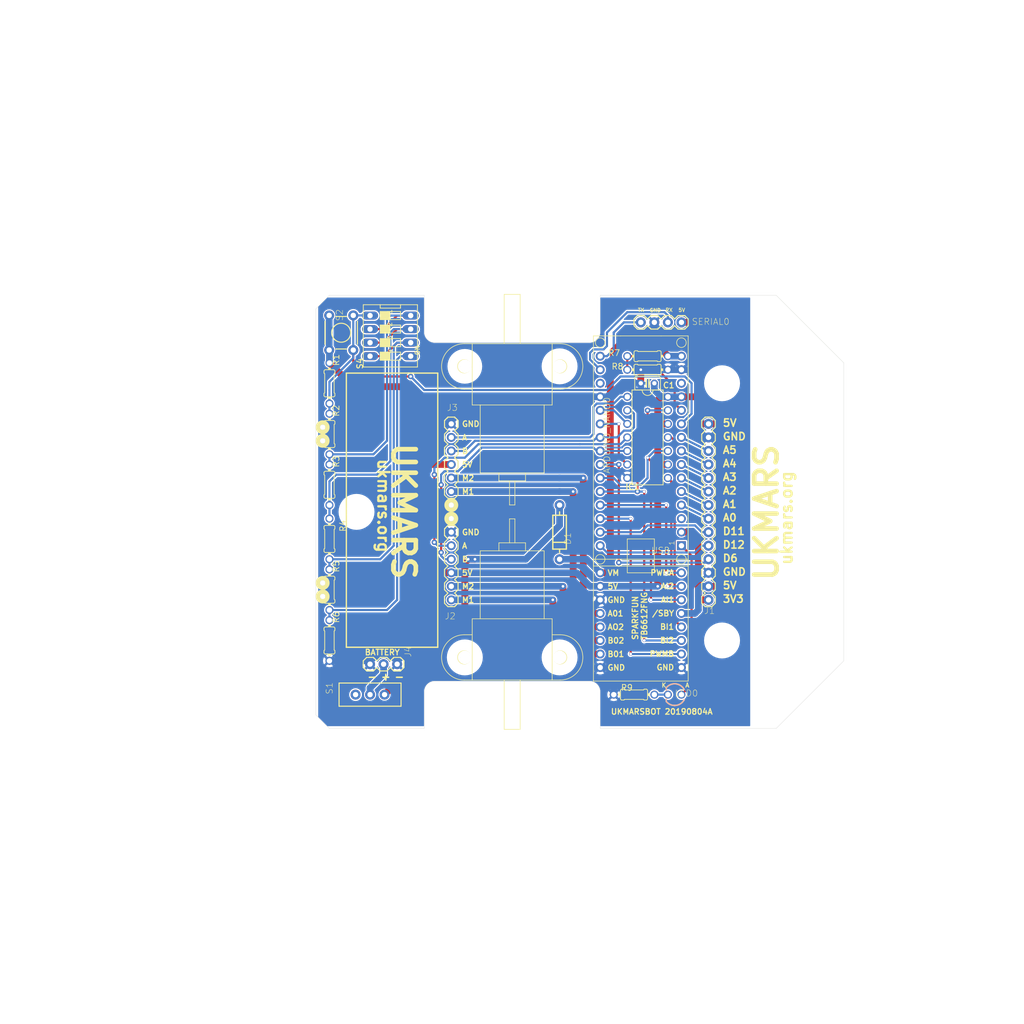
<source format=kicad_pcb>
(kicad_pcb (version 20211014) (generator pcbnew)
  (layers (0 "F.Cu" signal) (31 "B.Cu" signal) (34 "B.Paste" user) (35 "F.Paste" user) (36 "B.SilkS" user "B.Silkscreen") (37 "F.SilkS" user "F.Silkscreen") (38 "B.Mask" user) (39 "F.Mask" user) (44 "Edge.Cuts" user))
  (net 0 "")
  (net 1 "TXD")
  (net 2 "RXD")
  (net 3 "GND")
  (net 4 "LEFT_CLK_A")
  (net 5 "RIGHT_CLK_A")
  (net 6 "USER_IO")
  (net 7 "LEFT_DIR")
  (net 8 "RIGHT_DIR")
  (net 9 "LEFT_PWM")
  (net 10 "RIGHT_PWM")
  (net 11 "EMITTER_A")
  (net 12 "EMITTER_B")
  (net 13 "SENSOR_0")
  (net 14 "SENSOR_1")
  (net 15 "SENSOR_2")
  (net 16 "SENSOR_3")
  (net 17 "SENSOR_4")
  (net 18 "SENSOR_5")
  (net 19 "FUNCTION_SELECT")
  (net 20 "BATTERY_VOLTS")
  (net 21 "V_BATT")
  (net 22 "LEFT_MOTOR_2")
  (net 23 "LEFT_MOTOR_1")
  (net 24 "RIGHT_MOTOR_1")
  (net 25 "RIGHT_MOTOR_2")
  (net 26 "/LEFT_DIR")
  (net 27 "/RIGHT_DIR")
  (net 28 "5V")
  (net 29 "LEFT_A")
  (net 30 "RIGHT_A")
  (net 31 "RIGHT_B")
  (net 32 "N$35")
  (net 33 "N$36")
  (net 34 "LEFT_B")
  (net 35 "N$1")
  (net 36 "N$7")
  (net 37 "N$8")
  (net 38 "N$9")
  (net 39 "N$10")
  (net 40 "3V3")
  (net 41 "N$4")
  (net 42 "N$6")
  (net 43 "N$11")
  (net 44 "N$12")
  (net 45 "N$13")
  (net 46 "N$15")
  (net 47 "D13")
  (net 48 "N$5")
  (footprint "" (layer "F.Cu") (at 175.1711 129.1336)
    (fp_text reference "@HOLE2" hide)
    (fp_text value "")
  )
  (footprint "ukmarsbot:0204_7" (layer "F.Cu") (at 101.5111 99.9236 90)
    (fp_text reference "R3")
    (fp_text value "4k7")
  )
  (footprint "ukmarsbot:ARDUINO_NANO" (layer "F.Cu") (at 159.9311 91.0336 90)
    (fp_text reference "ARDUINO_NANO0")
    (fp_text value "")
  )
  (footprint "" (layer "F.Cu") (at 185.3311 129.1336)
    (fp_text reference "@HOLE1" hide)
    (fp_text value "")
  )
  (footprint "" (layer "F.Cu") (at 192.9511 105.0036)
    (fp_text reference "@HOLE8" hide)
    (fp_text value "")
  )
  (footprint "ukmarsbot:SPARKFUN-TB6612FNG" (layer "F.Cu") (at 159.9311 126.5936)
    (fp_text reference "U$1" hide)
    (fp_text value "SPARKFUN-TB6612FNG" hide)
  )
  (footprint "ukmarsbot:C025-025X050" (layer "F.Cu") (at 161.2011 80.8736 180)
    (fp_text reference "C1")
    (fp_text value "100n")
  )
  (footprint "ukmarsbot:1X06" (layer "F.Cu") (at 124.3711 108.8136 -90)
    (fp_text reference "J2")
    (fp_text value "")
  )
  (footprint "ukmarsbot:DIL14" (layer "F.Cu") (at 161.2011 91.0336 -90)
    (fp_text reference "IC1")
    (fp_text value "74LS86N")
  )
  (footprint "ukmarsbot:0204_7" (layer "F.Cu") (at 101.5111 90.3986 90)
    (fp_text reference "R2")
    (fp_text value "10k")
  )
  (footprint "ukmarsbot:0204_7" (layer "F.Cu") (at 101.5111 80.8736 90)
    (fp_text reference "R1")
    (fp_text value "10k")
  )
  (footprint "ukmarsbot:MINI-METAL-GEARMOTOR-WITH-BRACKET" (layer "F.Cu") (at 135.8011 77.6986 180)
    (fp_text reference "U$3" hide)
    (fp_text value "" hide)
  )
  (footprint "" (layer "F.Cu") (at 144.6911 132.3086)
    (fp_text reference "@HOLE7" hide)
    (fp_text value "")
  )
  (footprint "ukmarsbot:0204_7" (layer "F.Cu") (at 161.2011 75.7936)
    (fp_text reference "R7")
    (fp_text value "10k")
  )
  (footprint "" (layer "F.Cu") (at 126.9111 132.3086)
    (fp_text reference "@HOLE6" hide)
    (fp_text value "")
  )
  (footprint "ukmarsbot:LED_3MM" (layer "F.Cu") (at 166.2811 139.2936 180)
    (fp_text reference "LED0")
    (fp_text value "")
  )
  (footprint "ukmarsbot:0204_7" (layer "F.Cu") (at 158.6611 139.2936)
    (fp_text reference "R9")
    (fp_text value "1k0")
  )
  (footprint "" (layer "F.Cu") (at 126.9111 77.6986)
    (fp_text reference "@HOLE4" hide)
    (fp_text value "")
  )
  (footprint "ukmarsbot:1X14" (layer "F.Cu") (at 172.6311 121.5136 90)
    (fp_text reference "J1")
    (fp_text value "")
  )
  (footprint "ukmarsbot:SWITCH_SPDT_PTH_11.6X4.0MM_KIT" (layer "F.Cu") (at 109.1311 139.2936 90)
    (fp_text reference "S1")
    (fp_text value "")
  )
  (footprint "ukmarsbot:0204_7" (layer "F.Cu") (at 101.5111 119.6086 90)
    (fp_text reference "R5")
    (fp_text value "1k0")
  )
  (footprint "ukmarsbot:DS-04" (layer "F.Cu") (at 112.9411 71.9836 -90)
    (fp_text reference "S4")
    (fp_text value "")
  )
  (footprint "ukmarsbot:1X06" (layer "F.Cu") (at 124.3711 88.4936 -90)
    (fp_text reference "J3")
    (fp_text value "")
  )
  (footprint "ukmarsbot:0204_7" (layer "F.Cu") (at 101.5111 129.1336 90)
    (fp_text reference "R6")
    (fp_text value "470")
  )
  (footprint "" (layer "F.Cu") (at 144.6911 77.6986)
    (fp_text reference "@HOLE5" hide)
    (fp_text value "")
  )
  (footprint "ukmarsbot:TACTILE_SWITCH_PTH_6.0MM" (layer "F.Cu") (at 103.7211 71.3936 -90)
    (fp_text reference "S2")
    (fp_text value "")
  )
  (footprint "ukmarsbot:MINI-METAL-GEARMOTOR-WITH-BRACKET" (layer "F.Cu") (at 135.8011 132.3086)
    (fp_text reference "U$2" hide)
    (fp_text value "" hide)
  )
  (footprint "" (layer "F.Cu") (at 175.1711 80.8736)
    (fp_text reference "@HOLE3" hide)
    (fp_text value "")
  )
  (footprint "ukmarsbot:0204_7" (layer "F.Cu") (at 161.2011 78.3336 180)
    (fp_text reference "R8")
    (fp_text value "10k")
  )
  (footprint "ukmarsbot:0204_7" (layer "F.Cu") (at 101.5111 110.0836 90)
    (fp_text reference "R4")
    (fp_text value "2k2")
  )
  (footprint "ukmarsbot:CLASSIC-MAZE-CELL" (layer "F.Cu") (at 135.763 105.029)
    (fp_text reference "U$4" hide)
    (fp_text value "" hide)
  )
  (footprint "" (layer "F.Cu") (at 185.3311 80.8736)
    (fp_text reference "@HOLE0" hide)
    (fp_text value "")
  )
  (footprint "" (layer "F.Cu") (at 106.5911 105.0036)
    (fp_text reference "@HOLE9" hide)
    (fp_text value "")
  )
  (footprint "ukmarsbot:1X03" (layer "F.Cu") (at 114.2111 133.5786 180)
    (fp_text reference "J4")
    (fp_text value "455-1750-1-ND" hide)
  )
  (footprint "ukmarsbot:DIODE-1N4001-KIT" (layer "F.Cu") (at 144.6911 108.8136 -90)
    (fp_text reference "D1")
    (fp_text value "1N5401/2/4")
  )
  (footprint "ukmarsbot:1X04" (layer "F.Cu") (at 167.5511 69.4436 180)
    (fp_text reference "SERIAL0")
    (fp_text value "")
  )
  (gr_circle (center 100.2411 91.6686) (end 101.139125 91.6686) (layer "F.SilkS") (width 0.8128) (fill none))
  (gr_line (start 104.6861 78.9686) (end 121.8311 78.9686) (layer "F.SilkS") (width 0.254))
  (gr_circle (center 124.3711 103.7336) (end 125.269125 103.7336) (layer "F.SilkS") (width 0.8128) (fill none))
  (gr_line (start 121.8311 78.9686) (end 121.8311 130.4036) (layer "F.SilkS") (width 0.254))
  (gr_line (start 121.8311 130.4036) (end 104.6861 130.4036) (layer "F.SilkS") (width 0.254))
  (gr_line (start 104.6861 130.4036) (end 104.6861 78.9686) (layer "F.SilkS") (width 0.254))
  (gr_circle (center 124.3711 106.2736) (end 125.269125 106.2736) (layer "F.SilkS") (width 0.8128) (fill none))
  (gr_circle (center 100.2411 89.1286) (end 101.139125 89.1286) (layer "F.SilkS") (width 0.8128) (fill none))
  (gr_circle (center 100.2411 118.3386) (end 101.139125 118.3386) (layer "F.SilkS") (width 0.8128) (fill none))
  (gr_circle (center 100.2411 120.8786) (end 101.139125 120.8786) (layer "F.SilkS") (width 0.8128) (fill none))
  (gr_line (start 185.3311 145.6436) (end 198.0311 132.9436) (layer "Edge.Cuts") (width 0.05))
  (gr_line (start 101.5111 145.6436) (end 119.2911 145.6436) (layer "Edge.Cuts") (width 0.05))
  (gr_line (start 198.0311 77.0636) (end 185.3311 64.3636) (layer "Edge.Cuts") (width 0.05))
  (gr_line (start 121.2911 136.7536) (end 150.3111 136.7536) (layer "Edge.Cuts") (width 0.05))
  (gr_line (start 150.3111 73.2536) (end 121.2911 73.2536) (layer "Edge.Cuts") (width 0.05))
  (gr_line (start 98.9711 66.9036) (end 98.9711 143.1036) (layer "Edge.Cuts") (width 0.05))
  (gr_line (start 198.0311 132.9436) (end 198.0311 77.0636) (layer "Edge.Cuts") (width 0.05))
  (gr_line (start 119.2911 145.6436) (end 119.2911 138.7536) (layer "Edge.Cuts") (width 0.05))
  (gr_arc (start 121.2911 73.2536) (mid 119.876886 72.667814) (end 119.2911 71.2536) (layer "Edge.Cuts") (width 0.05))
  (gr_line (start 152.3111 138.7536) (end 152.3111 145.6436) (layer "Edge.Cuts") (width 0.05))
  (gr_arc (start 150.3111 136.7536) (mid 151.725314 137.339386) (end 152.3111 138.7536) (layer "Edge.Cuts") (width 0.05))
  (gr_line (start 98.9711 143.1036) (end 101.5111 145.6436) (layer "Edge.Cuts") (width 0.05))
  (gr_arc (start 119.2911 138.7536) (mid 119.876886 137.339386) (end 121.2911 136.7536) (layer "Edge.Cuts") (width 0.05))
  (gr_line (start 101.5111 64.3636) (end 98.9711 66.9036) (layer "Edge.Cuts") (width 0.05))
  (gr_line (start 185.3311 64.3636) (end 152.3111 64.3636) (layer "Edge.Cuts") (width 0.05))
  (gr_line (start 119.2911 71.2536) (end 119.2911 64.3636) (layer "Edge.Cuts") (width 0.05))
  (gr_line (start 152.3111 145.6436) (end 185.3311 145.6436) (layer "Edge.Cuts") (width 0.05))
  (gr_line (start 152.3111 64.3636) (end 152.3111 71.2536) (layer "Edge.Cuts") (width 0.05))
  (gr_arc (start 152.3111 71.2536) (mid 151.725314 72.667814) (end 150.3111 73.2536) (layer "Edge.Cuts") (width 0.05))
  (gr_line (start 119.2911 64.3636) (end 101.5111 64.3636) (layer "Edge.Cuts") (width 0.05))
  (gr_text "GND" (at 166.2811 133.5786) (layer "F.SilkS") (effects (font (size 1.0541 1.0541) (thickness 0.2159)) (justify right top)))
  (gr_text "TX" (at 159.2961 67.5386) (layer "F.SilkS") (effects (font (size 0.674624 0.674624) (thickness 0.138176)) (justify left bottom)))
  (gr_text "B02" (at 153.5811 129.7686) (layer "F.SilkS") (effects (font (size 1.0541 1.0541) (thickness 0.2159)) (justify left bottom)))
  (gr_text "ukmars.org" (at 110.4011 94.8436 270) (layer "F.SilkS") (effects (font (size 2.1082 2.1082) (thickness 0.4318)) (justify left bottom)))
  (gr_text "PWMB" (at 166.2811 131.0386) (layer "F.SilkS") (effects (font (size 1.0541 1.0541) (thickness 0.2159)) (justify right top)))
  (gr_text "RX" (at 164.4761 67.5386) (layer "F.SilkS") (effects (font (size 0.674624 0.674624) (thickness 0.138176)) (justify left bottom)))
  (gr_text "A" (at 126.2761 91.6686) (layer "F.SilkS") (effects (font (size 1.0541 1.0541) (thickness 0.2159)) (justify left bottom)))
  (gr_text "5V" (at 126.2761 117.0686) (layer "F.SilkS") (effects (font (size 1.0541 1.0541) (thickness 0.2159)) (justify left bottom)))
  (gr_text "AI2" (at 166.2811 118.3386) (layer "F.SilkS") (effects (font (size 1.0541 1.0541) (thickness 0.2159)) (justify right top)))
  (gr_text "AO2" (at 153.5811 127.2286) (layer "F.SilkS") (effects (font (size 1.0541 1.0541) (thickness 0.2159)) (justify left bottom)))
  (gr_text "A0" (at 175.1711 106.9086) (layer "F.SilkS") (effects (font (size 1.391412 1.391412) (thickness 0.284988)) (justify left bottom)))
  (gr_text "A3" (at 175.1711 99.2886) (layer "F.SilkS") (effects (font (size 1.391412 1.391412) (thickness 0.284988)) (justify left bottom)))
  (gr_text "B01" (at 153.5811 132.3086) (layer "F.SilkS") (effects (font (size 1.0541 1.0541) (thickness 0.2159)) (justify left bottom)))
  (gr_text "-" (at 108.4961 136.7536) (layer "F.SilkS") (effects (font (size 1.391412 1.391412) (thickness 0.284988)) (justify left bottom)))
  (gr_text "BI1" (at 166.2811 125.9586) (layer "F.SilkS") (effects (font (size 1.0541 1.0541) (thickness 0.2159)) (justify right top)))
  (gr_text "B" (at 126.2761 114.5286) (layer "F.SilkS") (effects (font (size 1.0541 1.0541) (thickness 0.2159)) (justify left bottom)))
  (gr_text "A" (at 168.1861 138.0236) (layer "F.SilkS") (effects (font (size 0.83 0.83) (thickness 0.17)) (justify left bottom)))
  (gr_text "D11" (at 175.1711 109.4486) (layer "F.SilkS") (effects (font (size 1.391412 1.391412) (thickness 0.284988)) (justify left bottom)))
  (gr_text "BI2" (at 166.2811 128.4986) (layer "F.SilkS") (effects (font (size 1.0541 1.0541) (thickness 0.2159)) (justify right top)))
  (gr_text "-" (at 113.5761 136.7536) (layer "F.SilkS") (effects (font (size 1.391412 1.391412) (thickness 0.284988)) (justify left bottom)))
  (gr_text "M2" (at 126.2761 119.6086) (layer "F.SilkS") (effects (font (size 1.0541 1.0541) (thickness 0.2159)) (justify left bottom)))
  (gr_text "D6" (at 175.1711 114.5286) (layer "F.SilkS") (effects (font (size 1.391412 1.391412) (thickness 0.284988)) (justify left bottom)))
  (gr_text "GND" (at 153.5811 122.1486) (layer "F.SilkS") (effects (font (size 1.0541 1.0541) (thickness 0.2159)) (justify left bottom)))
  (gr_text "5V" (at 175.1711 89.1286) (layer "F.SilkS") (effects (font (size 1.391412 1.391412) (thickness 0.284988)) (justify left bottom)))
  (gr_text "M2" (at 126.2761 99.2886) (layer "F.SilkS") (effects (font (size 1.0541 1.0541) (thickness 0.2159)) (justify left bottom)))
  (gr_text "A5" (at 175.1711 94.2086) (layer "F.SilkS") (effects (font (size 1.391412 1.391412) (thickness 0.284988)) (justify left bottom)))
  (gr_text "D12" (at 175.1711 111.9886) (layer "F.SilkS") (effects (font (size 1.391412 1.391412) (thickness 0.284988)) (justify left bottom)))
  (gr_text "UKMARS" (at 112.9411 91.6686 270) (layer "F.SilkS") (effects (font (size 4.2164 4.2164) (thickness 0.8636)) (justify left bottom)))
  (gr_text "M1" (at 126.2761 122.1486) (layer "F.SilkS") (effects (font (size 1.0541 1.0541) (thickness 0.2159)) (justify left bottom)))
  (gr_text "K" (at 163.7411 138.0236) (layer "F.SilkS") (effects (font (size 0.83 0.83) (thickness 0.17)) (justify left bottom)))
  (gr_text "GND" (at 126.2761 89.1286) (layer "F.SilkS") (effects (font (size 1.0541 1.0541) (thickness 0.2159)) (justify left bottom)))
  (gr_text "A" (at 126.2761 111.9886) (layer "F.SilkS") (effects (font (size 1.0541 1.0541) (thickness 0.2159)) (justify left bottom)))
  (gr_text "B" (at 126.2761 94.2086) (layer "F.SilkS") (effects (font (size 1.0541 1.0541) (thickness 0.2159)) (justify left bottom)))
  (gr_text "3V3" (at 175.1711 122.1486) (layer "F.SilkS") (effects (font (size 1.391412 1.391412) (thickness 0.284988)) (justify left bottom)))
  (gr_text "/SBY" (at 166.2811 123.4186) (layer "F.SilkS") (effects (font (size 1.0541 1.0541) (thickness 0.2159)) (justify right top)))
  (gr_text "ukmars.org" (at 188.5061 115.1636 90) (layer "F.SilkS") (effects (font (size 2.1082 2.1082) (thickness 0.4318)) (justify left bottom)))
  (gr_text "+" (at 111.0361 136.7536) (layer "F.SilkS") (effects (font (size 1.391412 1.391412) (thickness 0.284988)) (justify left bottom)))
  (gr_text "5V" (at 153.5811 119.6086) (layer "F.SilkS") (effects (font (size 1.0541 1.0541) (thickness 0.2159)) (justify left bottom)))
  (gr_text "GND" (at 153.5811 134.8486) (layer "F.SilkS") (effects (font (size 1.0541 1.0541) (thickness 0.2159)) (justify left bottom)))
  (gr_text "GND" (at 175.1711 117.0686) (layer "F.SilkS") (effects (font (size 1.391412 1.391412) (thickness 0.284988)) (justify left bottom)))
  (gr_text "A4" (at 175.1711 96.7486) (layer "F.SilkS") (effects (font (size 1.391412 1.391412) (thickness 0.284988)) (justify left bottom)))
  (gr_text "5V" (at 126.2761 96.7486) (layer "F.SilkS") (effects (font (size 1.0541 1.0541) (thickness 0.2159)) (justify left bottom)))
  (gr_text "A01" (at 153.5811 124.6886) (layer "F.SilkS") (effects (font (size 1.0541 1.0541) (thickness 0.2159)) (justify left bottom)))
  (gr_text "GND" (at 126.2761 109.4486) (layer "F.SilkS") (effects (font (size 1.0541 1.0541) (thickness 0.2159)) (justify left bottom)))
  (gr_text "UKMARS" (at 185.9661 118.3386 90) (layer "F.SilkS") (effects (font (size 4.2164 4.2164) (thickness 0.8636)) (justify left bottom)))
  (gr_text "BATTERY" (at 108.0461 131.9736) (layer "F.SilkS") (effects (font (size 1.0541 1.0541) (thickness 0.2159)) (justify left bottom)))
  (gr_text "5V" (at 175.1711 119.6086) (layer "F.SilkS") (effects (font (size 1.391412 1.391412) (thickness 0.284988)) (justify left bottom)))
  (gr_text "PWMA" (at 166.2811 115.7986) (layer "F.SilkS") (effects (font (size 1.0541 1.0541) (thickness 0.2159)) (justify right top)))
  (gr_text "A1" (at 175.1711 104.3686) (layer "F.SilkS") (effects (font (size 1.391412 1.391412) (thickness 0.284988)) (justify left bottom)))
  (gr_text "GND" (at 161.5211 67.5736) (layer "F.SilkS") (effects (font (size 0.674624 0.674624) (thickness 0.138176)) (justify left bottom)))
  (gr_text "VM" (at 153.5811 117.0686) (layer "F.SilkS") (effects (font (size 1.0541 1.0541) (thickness 0.2159)) (justify left bottom)))
  (gr_text "AI1" (at 166.2811 120.8786) (layer "F.SilkS") (effects (font (size 1.0541 1.0541) (thickness 0.2159)) (justify right top)))
  (gr_text "UKMARSBOT 20190804A" (at 154.2161 143.1036) (layer "F.SilkS") (effects (font (size 1.0541 1.0541) (thickness 0.2159)) (justify left bottom)))
  (gr_text "M1" (at 126.2761 101.8286) (layer "F.SilkS") (effects (font (size 1.0541 1.0541) (thickness 0.2159)) (justify left bottom)))
  (gr_text "GND" (at 175.1711 91.6686) (layer "F.SilkS") (effects (font (size 1.391412 1.391412) (thickness 0.284988)) (justify left bottom)))
  (gr_text "SPARKFUN\nTB6612FNG" (at 161.2011 129.1336 90) (layer "F.SilkS") (effects (font (size 1.0541 1.0541) (thickness 0.2159)) (justify left bottom)))
  (gr_text "5V" (at 166.9161 67.5386) (layer "F.SilkS") (effects (font (size 0.674624 0.674624) (thickness 0.138176)) (justify left bottom)))
  (gr_text "A2" (at 175.1711 101.8286) (layer "F.SilkS") (effects (font (size 1.391412 1.391412) (thickness 0.284988)) (justify left bottom)))
  (segment (start 153.5811 75.7936) (end 154.8511 74.5236) (width 0.4064) (layer "B.Cu") (net 1))
  (segment (start 154.8511 74.5236) (end 154.8511 71.3486) (width 0.4064) (layer "B.Cu") (net 1))
  (segment (start 152.3111 75.7936) (end 153.5811 75.7936) (width 0.4064) (layer "B.Cu") (net 1))
  (segment (start 156.7561 69.4436) (end 159.9311 69.4436) (width 0.4064) (layer "B.Cu") (net 1))
  (segment (start 154.8511 71.3486) (end 156.7561 69.4436) (width 0.4064) (layer "B.Cu") (net 1))
  (segment (start 150.4061 75.1586) (end 151.0411 74.5236) (width 0.4064) (layer "B.Cu") (net 2))
  (segment (start 152.9461 74.5236) (end 153.5811 73.8886) (width 0.4064) (layer "B.Cu") (net 2))
  (segment (start 157.3911 67.5386) (end 164.3761 67.5386) (width 0.4064) (layer "B.Cu") (net 2))
  (segment (start 151.0411 74.5236) (end 152.9461 74.5236) (width 0.4064) (layer "B.Cu") (net 2))
  (segment (start 165.0111 68.1736) (end 165.0111 69.4436) (width 0.4064) (layer "B.Cu") (net 2))
  (segment (start 164.3761 67.5386) (end 165.0111 68.1736) (width 0.4064) (layer "B.Cu") (net 2))
  (segment (start 152.3111 78.3336) (end 150.4061 76.4286) (width 0.4064) (layer "B.Cu") (net 2))
  (segment (start 153.5811 73.8886) (end 153.5811 71.3486) (width 0.4064) (layer "B.Cu") (net 2))
  (segment (start 150.4061 76.4286) (end 150.4061 75.1586) (width 0.4064) (layer "B.Cu") (net 2))
  (segment (start 153.5811 71.3486) (end 157.3911 67.5386) (width 0.4064) (layer "B.Cu") (net 2))
  (segment (start 159.9311 80.8736) (end 159.9311 78.3336) (width 1.27) (layer "F.Cu") (net 3))
  (via (at 159.9311 78.3336) (size 1.008) (drill 0.5) (layers "F.Cu" "B.Cu") (net 3))
  (segment (start 125.6411 83.4136) (end 124.3711 84.6836) (width 1.27) (layer "B.Cu") (net 3))
  (segment (start 152.3111 134.2136) (end 154.8511 134.2136) (width 1.27) (layer "B.Cu") (net 3))
  (segment (start 119.2911 108.8136) (end 124.3711 108.8136) (width 1.27) (layer "B.Cu") (net 3))
  (segment (start 162.4711 78.3336) (end 165.0111 78.3336) (width 1.27) (layer "B.Cu") (net 3))
  (segment (start 156.1211 81.5086) (end 156.7561 80.8736) (width 1.27) (layer "B.Cu") (net 3))
  (segment (start 150.4061 134.2136) (end 149.7711 133.5786) (width 1.27) (layer "B.Cu") (net 3))
  (segment (start 148.1836 125.6411) (end 147.8661 125.3236) (width 1.27) (layer "B.Cu") (net 3))
  (segment (start 162.4711 69.4436) (end 162.4711 78.3336) (width 1.27) (layer "B.Cu") (net 3))
  (segment (start 159.9311 78.3336) (end 162.4711 78.3336) (width 1.27) (layer "B.Cu") (net 3))
  (segment (start 149.7711 127.2286) (end 148.1836 125.6411) (width 1.27) (layer "B.Cu") (net 3))
  (segment (start 154.8511 134.2136) (end 159.9311 134.2136) (width 1.27) (layer "B.Cu") (net 3))
  (segment (start 120.5611 88.4936) (end 119.2911 89.7636) (width 1.27) (layer "B.Cu") (net 3))
  (segment (start 154.2161 83.4136) (end 156.1211 81.5086) (width 1.27) (layer "B.Cu") (net 3))
  (segment (start 124.3711 84.6836) (end 124.3711 88.4936) (width 1.27) (layer "B.Cu") (net 3))
  (segment (start 152.3111 121.5136) (end 148.1836 125.6411) (width 1.27) (layer "B.Cu") (net 3))
  (segment (start 109.7661 131.0386) (end 109.1311 131.6736) (width 1.27) (layer "B.Cu") (net 3))
  (segment (start 170.7261 80.2386) (end 170.7261 91.0336) (width 1.27) (layer "B.Cu") (net 3))
  (segment (start 152.3111 83.4136) (end 125.6411 83.4136) (width 1.27) (layer "B.Cu") (net 3))
  (segment (start 174.5361 115.1636) (end 174.5361 115.7986) (width 1.27) (layer "B.Cu") (net 3))
  (segment (start 172.6311 91.0336) (end 170.7261 91.0336) (width 1.27) (layer "B.Cu") (net 3))
  (segment (start 119.2911 108.8136) (end 119.2911 125.3236) (width 1.27) (layer "B.Cu") (net 3))
  (segment (start 152.3111 134.2136) (end 150.4061 134.2136) (width 1.27) (layer "B.Cu") (net 3))
  (segment (start 159.9311 93.5736) (end 159.9311 80.8736) (width 1.27) (layer "B.Cu") (net 3))
  (segment (start 147.8661 125.3236) (end 119.2911 125.3236) (width 1.27) (layer "B.Cu") (net 3))
  (segment (start 119.2911 89.7636) (end 119.2911 108.8136) (width 1.27) (layer "B.Cu") (net 3))
  (segment (start 149.7711 133.5786) (end 149.7711 127.2286) (width 1.27) (layer "B.Cu") (net 3))
  (segment (start 173.9011 116.4336) (end 172.6311 116.4336) (width 1.27) (layer "B.Cu") (net 3))
  (segment (start 120.5611 88.4936) (end 124.3711 88.4936) (width 1.27) (layer "B.Cu") (net 3))
  (segment (start 156.7561 80.8736) (end 159.9311 80.8736) (width 1.27) (layer "B.Cu") (net 3))
  (segment (start 174.5361 115.7986) (end 173.9011 116.4336) (width 1.27) (layer "B.Cu") (net 3))
  (segment (start 116.7511 131.0386) (end 114.2111 131.0386) (width 1.27) (layer "B.Cu") (net 3))
  (segment (start 165.0111 78.3336) (end 167.5511 78.3336) (width 1.27) (layer "B.Cu") (net 3))
  (segment (start 174.5361 91.6686) (end 174.5361 115.1636) (width 1.27) (layer "B.Cu") (net 3))
  (segment (start 114.2111 133.5786) (end 114.2111 131.0386) (width 1.27) (layer "B.Cu") (net 3))
  (segment (start 119.2911 125.3236) (end 119.2911 128.4986) (width 1.27) (layer "B.Cu") (net 3))
  (segment (start 109.1311 133.5786) (end 108.4961 132.9436) (width 1.27) (layer "B.Cu") (net 3))
  (segment (start 109.1311 131.6736) (end 109.1311 133.5786) (width 1.27) (layer "B.Cu") (net 3))
  (segment (start 159.2961 94.2086) (end 159.9311 93.5736) (width 1.27) (layer "B.Cu") (net 3))
  (segment (start 167.5511 134.2136) (end 159.9311 134.2136) (width 1.27) (layer "B.Cu") (net 3))
  (segment (start 108.4961 132.9436) (end 101.5111 132.9436) (width 1.27) (layer "B.Cu") (net 3))
  (segment (start 114.2111 131.0386) (end 109.7661 131.0386) (width 1.27) (layer "B.Cu") (net 3))
  (segment (start 172.6311 91.0336) (end 173.9011 91.0336) (width 1.27) (layer "B.Cu") (net 3))
  (segment (start 119.2911 128.4986) (end 116.7511 131.0386) (width 1.27) (layer "B.Cu") (net 3))
  (segment (start 152.3111 83.4136) (end 154.2161 83.4136) (width 1.27) (layer "B.Cu") (net 3))
  (segment (start 167.5511 78.3336) (end 168.8211 78.3336) (width 1.27) (layer "B.Cu") (net 3))
  (segment (start 157.3911 98.6536) (end 159.2961 98.6536) (width 1.27) (layer "B.Cu") (net 3))
  (segment (start 168.8211 78.3336) (end 170.7261 80.2386) (width 1.27) (layer "B.Cu") (net 3))
  (segment (start 159.2961 98.6536) (end 159.2961 94.2086) (width 1.27) (layer "B.Cu") (net 3))
  (segment (start 154.8511 139.2936) (end 154.8511 134.2136) (width 1.27) (layer "B.Cu") (net 3))
  (segment (start 173.9011 91.0336) (end 174.5361 91.6686) (width 1.27) (layer "B.Cu") (net 3))
  (segment (start 156.1211 87.2236) (end 157.3911 88.4936) (width 0.4064) (layer "B.Cu") (net 4))
  (segment (start 154.8511 85.9536) (end 152.3111 85.9536) (width 0.4064) (layer "B.Cu") (net 4))
  (segment (start 156.1211 87.2236) (end 154.8511 85.9536) (width 0.4064) (layer "B.Cu") (net 4))
  (segment (start 157.3911 96.1136) (end 156.7561 95.4786) (width 0.4064) (layer "F.Cu") (net 5))
  (segment (start 155.8036 88.4936) (end 155.8036 94.2086) (width 0.4064) (layer "F.Cu") (net 5))
  (segment (start 156.7561 95.4786) (end 155.8036 94.2086) (width 0.4064) (layer "F.Cu") (net 5))
  (via (at 155.8036 88.4936) (size 0.6096) (drill 0.5) (layers "F.Cu" "B.Cu") (net 5))
  (segment (start 155.8036 88.4936) (end 152.3111 88.4936) (width 0.4064) (layer "B.Cu") (net 5))
  (segment (start 155.8036 96.1136) (end 155.8036 114.5286) (width 0.4064) (layer "F.Cu") (net 6))
  (via (at 155.8036 114.5286) (size 1.008) (drill 0.5) (layers "F.Cu" "B.Cu") (net 6))
  (via (at 155.8036 96.1136) (size 1.008) (drill 0.5) (layers "F.Cu" "B.Cu") (net 6))
  (segment (start 171.9961 114.5286) (end 155.8036 114.5286) (width 0.4064) (layer "B.Cu") (net 6))
  (segment (start 152.3111 96.1136) (end 155.8036 96.1136) (width 0.4064) (layer "B.Cu") (net 6))
  (segment (start 172.6311 113.8936) (end 171.9961 114.5286) (width 0.4064) (layer "B.Cu") (net 6))
  (segment (start 161.8361 121.5136) (end 161.8361 120.8786) (width 0.4064) (layer "F.Cu") (net 7))
  (segment (start 161.8361 120.8786) (end 161.8361 95.4786) (width 0.4064) (layer "F.Cu") (net 7))
  (segment (start 161.8361 95.4786) (end 161.2011 94.8436) (width 0.4064) (layer "F.Cu") (net 7))
  (via (at 161.2011 94.8436) (size 0.6096) (drill 0.5) (layers "F.Cu" "B.Cu") (net 7))
  (via (at 161.8361 121.5136) (size 0.6096) (drill 0.5) (layers "F.Cu" "B.Cu") (net 7))
  (segment (start 161.2011 94.8436) (end 162.4711 93.5736) (width 0.4064) (layer "B.Cu") (net 7))
  (segment (start 163.1061 93.5736) (end 165.0111 93.5736) (width 0.4064) (layer "B.Cu") (net 7))
  (segment (start 162.4711 93.5736) (end 163.1061 93.5736) (width 0.4064) (layer "B.Cu") (net 7))
  (segment (start 154.8511 98.6536) (end 156.1211 99.9236) (width 0.4064) (layer "B.Cu") (net 7))
  (segment (start 160.5661 99.2886) (end 161.2011 98.6536) (width 0.4064) (layer "B.Cu") (net 7))
  (segment (start 152.3111 98.6536) (end 154.8511 98.6536) (width 0.4064) (layer "B.Cu") (net 7))
  (segment (start 159.9311 99.9236) (end 160.5661 99.2886) (width 0.4064) (layer "B.Cu") (net 7))
  (segment (start 167.5511 121.5136) (end 161.8361 121.5136) (width 0.4064) (layer "B.Cu") (net 7))
  (segment (start 161.2011 98.6536) (end 161.2011 94.8436) (width 0.4064) (layer "B.Cu") (net 7))
  (segment (start 156.1211 99.9236) (end 159.9311 99.9236) (width 0.4064) (layer "B.Cu") (net 7))
  (segment (start 160.5661 129.1336) (end 160.5661 101.1936) (width 0.4064) (layer "F.Cu") (net 8))
  (segment (start 161.2011 92.9386) (end 159.2961 94.8436) (width 0.4064) (layer "F.Cu") (net 8))
  (segment (start 161.2011 85.9536) (end 161.2011 92.9386) (width 0.4064) (layer "F.Cu") (net 8))
  (segment (start 159.2961 94.8436) (end 159.2961 101.1936) (width 0.4064) (layer "F.Cu") (net 8))
  (via (at 160.5661 129.1336) (size 0.6096) (drill 0.5) (layers "F.Cu" "B.Cu") (net 8))
  (via (at 161.2011 85.9536) (size 1.008) (drill 0.5) (layers "F.Cu" "B.Cu") (net 8))
  (via (at 160.5661 101.1936) (size 0.6096) (drill 0.5) (layers "F.Cu" "B.Cu") (net 8))
  (via (at 159.2961 101.1936) (size 1.008) (drill 0.5) (layers "F.Cu" "B.Cu") (net 8))
  (segment (start 152.3111 101.1936) (end 159.2961 101.1936) (width 0.4064) (layer "B.Cu") (net 8))
  (segment (start 165.0111 85.9536) (end 161.2011 85.9536) (width 0.4064) (layer "B.Cu") (net 8))
  (segment (start 159.2961 101.1936) (end 159.9311 101.1936) (width 0.4064) (layer "B.Cu") (net 8))
  (segment (start 160.5661 101.1936) (end 159.9311 101.1936) (width 0.4064) (layer "B.Cu") (net 8))
  (segment (start 167.5511 129.1336) (end 160.5661 129.1336) (width 0.4064) (layer "B.Cu") (net 8))
  (segment (start 164.6936 116.4336) (end 164.6936 103.7336) (width 0.4064) (layer "F.Cu") (net 9))
  (via (at 164.6936 103.7336) (size 0.6096) (drill 0.5) (layers "F.Cu" "B.Cu") (net 9))
  (via (at 164.6936 116.4336) (size 0.6096) (drill 0.5) (layers "F.Cu" "B.Cu") (net 9))
  (segment (start 167.5511 116.4336) (end 164.6936 116.4336) (width 0.4064) (layer "B.Cu") (net 9))
  (segment (start 152.3111 103.7336) (end 164.6936 103.7336) (width 0.4064) (layer "B.Cu") (net 9))
  (segment (start 158.0261 106.2736) (end 158.0261 131.6736) (width 0.4064) (layer "F.Cu") (net 10))
  (via (at 158.0261 131.6736) (size 0.6096) (drill 0.5) (layers "F.Cu" "B.Cu") (net 10))
  (via (at 158.0261 106.2736) (size 0.6096) (drill 0.5) (layers "F.Cu" "B.Cu") (net 10))
  (segment (start 152.3111 106.2736) (end 154.8511 106.2736) (width 0.4064) (layer "B.Cu") (net 10))
  (segment (start 154.8511 106.2736) (end 158.0261 106.2736) (width 0.4064) (layer "B.Cu") (net 10))
  (segment (start 167.5511 131.6736) (end 158.0261 131.6736) (width 0.4064) (layer "B.Cu") (net 10))
  (segment (start 159.9311 108.8136) (end 152.3111 108.8136) (width 0.4064) (layer "B.Cu") (net 11))
  (segment (start 170.0911 107.5436) (end 161.2011 107.5436) (width 0.4064) (layer "B.Cu") (net 11))
  (segment (start 161.2011 107.5436) (end 159.9311 108.8136) (width 0.4064) (layer "B.Cu") (net 11))
  (segment (start 171.3611 108.8136) (end 170.0911 107.5436) (width 0.4064) (layer "B.Cu") (net 11))
  (segment (start 172.6311 108.8136) (end 171.3611 108.8136) (width 0.4064) (layer "B.Cu") (net 11))
  (segment (start 170.0911 112.6236) (end 153.5811 112.6236) (width 0.4064) (layer "B.Cu") (net 12))
  (segment (start 153.5811 112.6236) (end 152.3111 111.3536) (width 0.4064) (layer "B.Cu") (net 12))
  (segment (start 172.6311 111.3536) (end 171.3611 111.3536) (width 0.4064) (layer "B.Cu") (net 12))
  (segment (start 171.3611 111.3536) (end 170.0911 112.6236) (width 0.4064) (layer "B.Cu") (net 12))
  (segment (start 167.5511 103.7336) (end 172.6311 106.2736) (width 0.4064) (layer "B.Cu") (net 13))
  (segment (start 167.5511 101.1936) (end 172.6311 103.7336) (width 0.4064) (layer "B.Cu") (net 14))
  (segment (start 167.5511 98.6536) (end 172.6311 101.1936) (width 0.4064) (layer "B.Cu") (net 15))
  (segment (start 167.5511 96.1136) (end 172.6311 98.6536) (width 0.4064) (layer "B.Cu") (net 16))
  (segment (start 167.5511 93.5736) (end 172.6311 96.1136) (width 0.4064) (layer "B.Cu") (net 17))
  (segment (start 167.5511 91.0336) (end 172.6311 93.5736) (width 0.4064) (layer "B.Cu") (net 18))
  (segment (start 107.8611 79.6036) (end 106.5911 78.3336) (width 0.4064) (layer "F.Cu") (net 19))
  (segment (start 106.5911 78.3336) (end 105.9817 77.7242) (width 0.4064) (layer "F.Cu") (net 19))
  (segment (start 105.9817 77.7242) (end 105.9817 74.6448) (width 0.4064) (layer "F.Cu") (net 19))
  (segment (start 116.7511 79.6036) (end 107.8611 79.6036) (width 0.4064) (layer "F.Cu") (net 19))
  (via (at 116.7511 79.6036) (size 1.008) (drill 0.5) (layers "F.Cu" "B.Cu") (net 19))
  (segment (start 156.1211 79.6036) (end 166.9161 79.6036) (width 0.4064) (layer "B.Cu") (net 19))
  (segment (start 168.1861 79.6036) (end 169.4561 80.8736) (width 0.4064) (layer "B.Cu") (net 19))
  (segment (start 105.9711 74.6554) (end 105.9817 74.6448) (width 0.4064) (layer "B.Cu") (net 19))
  (segment (start 105.9711 76.1436) (end 105.9711 74.6554) (width 0.4064) (layer "B.Cu") (net 19))
  (segment (start 155.4861 80.2386) (end 156.1211 79.6036) (width 0.4064) (layer "B.Cu") (net 19))
  (segment (start 116.7511 79.6036) (end 119.2911 82.1436) (width 0.4064) (layer "B.Cu") (net 19))
  (segment (start 149.7711 82.1436) (end 152.9461 82.1436) (width 0.4064) (layer "B.Cu") (net 19))
  (segment (start 101.5111 86.5886) (end 101.5111 84.6836) (width 0.4064) (layer "B.Cu") (net 19))
  (segment (start 105.9817 74.6448) (end 105.9817 68.1424) (width 0.4064) (layer "B.Cu") (net 19))
  (segment (start 109.0999 68.1424) (end 109.1311 68.1736) (width 0.4064) (layer "B.Cu") (net 19))
  (segment (start 169.4561 80.8736) (end 169.4561 86.5886) (width 0.4064) (layer "B.Cu") (net 19))
  (segment (start 119.2911 82.1436) (end 149.7711 82.1436) (width 0.4064) (layer "B.Cu") (net 19))
  (segment (start 152.9461 82.1436) (end 153.5811 82.1436) (width 0.4064) (layer "B.Cu") (net 19))
  (segment (start 101.5111 82.1436) (end 101.5111 80.6036) (width 0.4064) (layer "B.Cu") (net 19))
  (segment (start 169.4561 86.5886) (end 167.5511 88.4936) (width 0.4064) (layer "B.Cu") (net 19))
  (segment (start 101.5111 80.6036) (end 105.9711 76.1436) (width 0.4064) (layer "B.Cu") (net 19))
  (segment (start 101.5111 82.1436) (end 101.5111 84.6836) (width 0.4064) (layer "B.Cu") (net 19))
  (segment (start 166.9161 79.6036) (end 168.1861 79.6036) (width 0.4064) (layer "B.Cu") (net 19))
  (segment (start 105.9817 68.1424) (end 109.0999 68.1424) (width 0.4064) (layer "B.Cu") (net 19))
  (segment (start 153.5811 82.1436) (end 155.4861 80.2386) (width 0.4064) (layer "B.Cu") (net 19))
  (segment (start 161.2011 76.4286) (end 160.5661 75.7936) (width 0.4064) (layer "F.Cu") (net 20))
  (segment (start 157.3911 78.3336) (end 157.3911 75.7936) (width 0.4064) (layer "F.Cu") (net 20))
  (segment (start 160.5661 75.7936) (end 157.3911 75.7936) (width 0.4064) (layer "F.Cu") (net 20))
  (segment (start 167.5511 85.9536) (end 166.2811 84.6836) (width 0.4064) (layer "F.Cu") (net 20))
  (segment (start 166.2811 81.5086) (end 161.2011 76.4286) (width 0.4064) (layer "F.Cu") (net 20))
  (segment (start 166.2811 84.6836) (end 166.2811 81.5086) (width 0.4064) (layer "F.Cu") (net 20))
  (segment (start 154.2161 110.0836) (end 154.2161 115.7986) (width 1.27) (layer "F.Cu") (net 21))
  (segment (start 165.0023 75.74395) (end 165.0111 75.7936) (width 1.27) (layer "F.Cu") (net 21))
  (segment (start 153.5811 116.4336) (end 152.3111 116.4336) (width 1.27) (layer "F.Cu") (net 21))
  (segment (start 154.76135 74.82685) (end 154.76135 78.42335) (width 1.27) (layer "F.Cu") (net 21))
  (segment (start 161.79245 72.5341) (end 165.0023 75.74395) (width 1.27) (layer "F.Cu") (net 21))
  (segment (start 154.2161 78.9686) (end 154.2161 110.0836) (width 1.27) (layer "F.Cu") (net 21))
  (segment (start 154.76135 78.42335) (end 154.2161 78.9686) (width 1.27) (layer "F.Cu") (net 21))
  (segment (start 157.0541 72.5341) (end 161.79245 72.5341) (width 1.27) (layer "F.Cu") (net 21))
  (segment (start 154.2161 115.7986) (end 153.5811 116.4336) (width 1.27) (layer "F.Cu") (net 21))
  (segment (start 154.76135 74.82685) (end 157.0541 72.5341) (width 1.27) (layer "F.Cu") (net 21))
  (segment (start 149.7711 113.8936) (end 152.3111 116.4336) (width 1.27) (layer "B.Cu") (net 21))
  (segment (start 167.5511 75.7936) (end 165.0111 75.7936) (width 1.27) (layer "B.Cu") (net 21))
  (segment (start 144.6911 113.8936) (end 149.7711 113.8936) (width 1.27) (layer "B.Cu") (net 21))
  (segment (start 150.4061 126.5936) (end 147.2311 123.4186) (width 1.27) (layer "F.Cu") (net 22))
  (segment (start 147.2311 123.4186) (end 147.2311 121.5136) (width 1.27) (layer "F.Cu") (net 22))
  (segment (start 147.2311 101.1936) (end 147.2311 121.5136) (width 1.27) (layer "F.Cu") (net 22))
  (segment (start 152.3111 126.5936) (end 150.4061 126.5936) (width 1.27) (layer "F.Cu") (net 22))
  (via (at 147.2311 101.1936) (size 0.6096) (drill 0.5) (layers "F.Cu" "B.Cu") (net 22))
  (segment (start 144.6911 101.1936) (end 147.2311 101.1936) (width 1.27) (layer "B.Cu") (net 22))
  (segment (start 124.3711 101.1936) (end 144.6911 101.1936) (width 1.27) (layer "B.Cu") (net 22))
  (segment (start 152.3111 124.0536) (end 150.4061 124.0536) (width 1.27) (layer "F.Cu") (net 23))
  (segment (start 149.1361 122.7836) (end 149.1361 121.5136) (width 1.27) (layer "F.Cu") (net 23))
  (segment (start 149.1361 98.6536) (end 149.1361 121.5136) (width 1.27) (layer "F.Cu") (net 23))
  (segment (start 150.4061 124.0536) (end 149.1361 122.7836) (width 1.27) (layer "F.Cu") (net 23))
  (via (at 149.1361 98.6536) (size 0.6096) (drill 0.5) (layers "F.Cu" "B.Cu") (net 23))
  (segment (start 124.3711 98.6536) (end 144.6911 98.6536) (width 1.27) (layer "B.Cu") (net 23))
  (segment (start 144.6911 98.6536) (end 149.1361 98.6536) (width 1.27) (layer "B.Cu") (net 23))
  (segment (start 152.3111 131.6736) (end 150.4061 131.6736) (width 1.27) (layer "F.Cu") (net 24))
  (segment (start 150.4061 131.6736) (end 145.3261 126.5936) (width 1.27) (layer "F.Cu") (net 24))
  (segment (start 143.4211 124.6886) (end 143.4211 121.5136) (width 1.27) (layer "F.Cu") (net 24))
  (segment (start 145.3261 126.5936) (end 143.4211 124.6886) (width 1.27) (layer "F.Cu") (net 24))
  (via (at 143.4211 121.5136) (size 0.6096) (drill 0.5) (layers "F.Cu" "B.Cu") (net 24))
  (segment (start 124.3711 121.5136) (end 143.4211 121.5136) (width 1.27) (layer "B.Cu") (net 24))
  (segment (start 152.3111 129.1336) (end 150.4061 129.1336) (width 1.27) (layer "F.Cu") (net 25))
  (segment (start 150.4061 129.1336) (end 145.3261 124.0536) (width 1.27) (layer "F.Cu") (net 25))
  (segment (start 145.3261 118.9736) (end 145.3261 121.5136) (width 1.27) (layer "F.Cu") (net 25))
  (segment (start 145.3261 124.0536) (end 145.3261 121.5136) (width 1.27) (layer "F.Cu") (net 25))
  (via (at 145.3261 118.9736) (size 0.6096) (drill 0.5) (layers "F.Cu" "B.Cu") (net 25))
  (segment (start 124.3711 118.9736) (end 145.3261 118.9736) (width 1.27) (layer "B.Cu") (net 25))
  (segment (start 165.0111 98.6536) (end 165.6461 99.2886) (width 0.4064) (layer "F.Cu") (net 26))
  (segment (start 165.6461 99.2886) (end 165.6461 118.3386) (width 0.4064) (layer "F.Cu") (net 26))
  (segment (start 165.6461 118.3386) (end 165.0111 118.9736) (width 0.4064) (layer "F.Cu") (net 26))
  (via (at 165.0111 118.9736) (size 0.6096) (drill 0.5) (layers "F.Cu" "B.Cu") (net 26))
  (segment (start 165.0111 118.9736) (end 167.5511 118.9736) (width 0.4064) (layer "B.Cu") (net 26))
  (segment (start 165.0111 91.0336) (end 165.6461 91.0336) (width 0.4064) (layer "F.Cu") (net 27))
  (segment (start 166.2811 102.4636) (end 166.2811 125.3236) (width 0.4064) (layer "F.Cu") (net 27))
  (segment (start 165.6461 91.0336) (end 166.2811 91.6686) (width 0.4064) (layer "F.Cu") (net 27))
  (segment (start 166.2811 125.3236) (end 167.5511 126.5936) (width 0.4064) (layer "F.Cu") (net 27))
  (segment (start 166.2811 91.6686) (end 166.2811 102.4636) (width 0.4064) (layer "F.Cu") (net 27))
  (segment (start 165.0111 88.4936) (end 163.1061 88.4936) (width 1.27) (layer "F.Cu") (net 28))
  (segment (start 163.1061 96.1136) (end 163.1061 116.4336) (width 1.27) (layer "F.Cu") (net 28))
  (segment (start 105.9561 81.5086) (end 114.8461 81.5086) (width 1.27) (layer "F.Cu") (net 28))
  (segment (start 171.3611 88.4936) (end 170.7261 87.8586) (width 1.27) (layer "F.Cu") (net 28))
  (segment (start 119.2911 96.1136) (end 119.2911 116.4336) (width 1.27) (layer "F.Cu") (net 28))
  (segment (start 170.7261 83.4136) (end 170.7261 70.0786) (width 1.27) (layer "F.Cu") (net 28))
  (segment (start 173.9011 118.9736) (end 174.5361 118.3386) (width 1.27) (layer "F.Cu") (net 28))
  (segment (start 174.5361 89.1286) (end 173.9011 88.4936) (width 1.27) (layer "F.Cu") (net 28))
  (segment (start 114.8461 81.5086) (end 119.2911 85.9536) (width 1.27) (layer "F.Cu") (net 28))
  (segment (start 163.1061 88.4936) (end 163.1061 84.0486) (width 1.27) (layer "F.Cu") (net 28))
  (segment (start 163.1061 84.0486) (end 163.7411 83.4136) (width 1.27) (layer "F.Cu") (net 28))
  (segment (start 119.2911 96.1136) (end 124.3711 96.1136) (width 1.27) (layer "F.Cu") (net 28))
  (segment (start 172.6311 88.4936) (end 171.3611 88.4936) (width 1.27) (layer "F.Cu") (net 28))
  (segment (start 170.0911 69.4436) (end 167.5511 69.4436) (width 1.27) (layer "F.Cu") (net 28))
  (segment (start 170.7261 70.0786) (end 170.0911 69.4436) (width 1.27) (layer "F.Cu") (net 28))
  (segment (start 170.7261 87.8586) (end 170.7261 83.4136) (width 1.27) (layer "F.Cu") (net 28))
  (segment (start 173.9011 88.4936) (end 172.6311 88.4936) (width 1.27) (layer "F.Cu") (net 28))
  (segment (start 119.2911 116.4336) (end 124.3711 116.4336) (width 1.27) (layer "F.Cu") (net 28))
  (segment (start 167.5511 83.4136) (end 170.7261 83.4136) (width 1.27) (layer "F.Cu") (net 28))
  (segment (start 101.5111 77.0636) (end 105.9561 81.5086) (width 1.27) (layer "F.Cu") (net 28))
  (segment (start 163.1061 88.4936) (end 163.1061 96.1136) (width 1.27) (layer "F.Cu") (net 28))
  (segment (start 172.6311 118.9736) (end 173.9011 118.9736) (width 1.27) (layer "F.Cu") (net 28))
  (segment (start 174.5361 118.3386) (end 174.5361 89.1286) (width 1.27) (layer "F.Cu") (net 28))
  (segment (start 165.0111 96.1136) (end 163.1061 96.1136) (width 1.27) (layer "F.Cu") (net 28))
  (segment (start 163.7411 83.4136) (end 165.0111 83.4136) (width 1.27) (layer "F.Cu") (net 28))
  (segment (start 163.1061 116.4336) (end 163.1061 118.9736) (width 1.27) (layer "F.Cu") (net 28))
  (segment (start 119.2911 85.9536) (end 119.2911 96.1136) (width 1.27) (layer "F.Cu") (net 28))
  (via (at 163.1061 118.9736) (size 0.6096) (drill 0.5) (layers "F.Cu" "B.Cu") (net 28))
  (segment (start 101.4605 74.6448) (end 101.4605 68.1424) (width 1.27) (layer "B.Cu") (net 28))
  (segment (start 170.7261 123.4186) (end 170.0911 124.0536) (width 1.27) (layer "B.Cu") (net 28))
  (segment (start 150.4061 118.9736) (end 152.3111 118.9736) (width 1.27) (layer "B.Cu") (net 28))
  (segment (start 171.3611 118.9736) (end 170.7261 119.6086) (width 1.27) (layer "B.Cu") (net 28))
  (segment (start 163.7411 83.4136) (end 162.4711 82.1436) (width 1.27) (layer "B.Cu") (net 28))
  (segment (start 165.0111 83.4136) (end 163.7411 83.4136) (width 1.27) (layer "B.Cu") (net 28))
  (segment (start 101.5111 77.0636) (end 101.5111 74.6954) (width 1.27) (layer "B.Cu") (net 28))
  (segment (start 172.6311 118.9736) (end 171.3611 118.9736) (width 1.27) (layer "B.Cu") (net 28))
  (segment (start 147.8661 116.4336) (end 150.4061 118.9736) (width 1.27) (layer "B.Cu") (net 28))
  (segment (start 170.7261 119.6086) (end 170.7261 123.4186) (width 1.27) (layer "B.Cu") (net 28))
  (segment (start 167.5511 83.4136) (end 165.0111 83.4136) (width 1.27) (layer "B.Cu") (net 28))
  (segment (start 124.3711 116.4336) (end 147.8661 116.4336) (width 1.27) (layer "B.Cu") (net 28))
  (segment (start 101.5111 74.6954) (end 101.4605 74.6448) (width 1.27) (layer "B.Cu") (net 28))
  (segment (start 152.3111 118.9736) (end 163.1061 118.9736) (width 1.27) (layer "B.Cu") (net 28))
  (segment (start 162.4711 82.1436) (end 162.4711 80.8736) (width 1.27) (layer "B.Cu") (net 28))
  (segment (start 170.0911 124.0536) (end 167.5511 124.0536) (width 1.27) (layer "B.Cu") (net 28))
  (segment (start 151.6761 84.6836) (end 154.8511 84.6836) (width 0.4064) (layer "B.Cu") (net 29))
  (segment (start 151.0411 89.7636) (end 151.0411 85.3186) (width 0.4064) (layer "B.Cu") (net 29))
  (segment (start 150.4061 91.0336) (end 127.5461 91.0336) (width 0.4064) (layer "B.Cu") (net 29))
  (segment (start 151.0411 90.3986) (end 150.4061 91.0336) (width 0.4064) (layer "B.Cu") (net 29))
  (segment (start 151.0411 89.7636) (end 151.0411 90.3986) (width 0.4064) (layer "B.Cu") (net 29))
  (segment (start 124.3711 91.0336) (end 127.5461 91.0336) (width 0.4064) (layer "B.Cu") (net 29))
  (segment (start 156.1211 83.4136) (end 157.3911 83.4136) (width 0.4064) (layer "B.Cu") (net 29))
  (segment (start 151.0411 85.3186) (end 151.6761 84.6836) (width 0.4064) (layer "B.Cu") (net 29))
  (segment (start 154.8511 84.6836) (end 156.1211 83.4136) (width 0.4064) (layer "B.Cu") (net 29))
  (segment (start 121.1961 98.0186) (end 121.1961 110.7186) (width 0.4064) (layer "F.Cu") (net 30))
  (via (at 121.1961 98.0186) (size 1.008) (drill 0.5) (layers "F.Cu" "B.Cu") (net 30))
  (via (at 121.1961 110.7186) (size 1.008) (drill 0.5) (layers "F.Cu" "B.Cu") (net 30))
  (segment (start 123.1011 94.8436) (end 121.8311 96.1136) (width 0.4064) (layer "B.Cu") (net 30))
  (segment (start 156.1211 92.3036) (end 148.5011 92.3036) (width 0.4064) (layer "B.Cu") (net 30))
  (segment (start 121.1961 110.7186) (end 121.8311 111.3536) (width 0.4064) (layer "B.Cu") (net 30))
  (segment (start 128.1811 93.5736) (end 126.9111 94.8436) (width 0.4064) (layer "B.Cu") (net 30))
  (segment (start 128.4986 93.2561) (end 128.1811 93.5736) (width 0.4064) (layer "B.Cu") (net 30))
  (segment (start 126.9111 94.8436) (end 123.1011 94.8436) (width 0.4064) (layer "B.Cu") (net 30))
  (segment (start 129.4511 92.3036) (end 128.4986 93.2561) (width 0.4064) (layer "B.Cu") (net 30))
  (segment (start 157.3911 91.0336) (end 156.1211 92.3036) (width 0.4064) (layer "B.Cu") (net 30))
  (segment (start 121.8311 111.3536) (end 124.3711 111.3536) (width 0.4064) (layer "B.Cu") (net 30))
  (segment (start 148.5011 92.3036) (end 129.4511 92.3036) (width 0.4064) (layer "B.Cu") (net 30))
  (segment (start 128.1811 93.5736) (end 128.4986 93.2561) (width 0.4064) (layer "B.Cu") (net 30))
  (segment (start 121.8311 96.1136) (end 121.1961 96.7486) (width 0.4064) (layer "B.Cu") (net 30))
  (segment (start 121.1961 96.7486) (end 121.1961 98.0186) (width 0.4064) (layer "B.Cu") (net 30))
  (segment (start 122.4661 99.9236) (end 122.4661 112.6236) (width 0.4064) (layer "F.Cu") (net 31))
  (via (at 122.4661 112.6236) (size 1.008) (drill 0.5) (layers "F.Cu" "B.Cu") (net 31))
  (via (at 122.4661 99.9236) (size 1.008) (drill 0.5) (layers "F.Cu" "B.Cu") (net 31))
  (segment (start 122.4661 98.0186) (end 122.4661 99.9236) (width 0.4064) (layer "B.Cu") (net 31))
  (segment (start 152.3111 93.5736) (end 157.3911 93.5736) (width 0.4064) (layer "B.Cu") (net 31))
  (segment (start 122.4661 113.2586) (end 123.1011 113.8936) (width 0.4064) (layer "B.Cu") (net 31))
  (segment (start 151.0411 92.9386) (end 130.0861 92.9386) (width 0.4064) (layer "B.Cu") (net 31))
  (segment (start 151.6761 93.5736) (end 151.0411 92.9386) (width 0.4064) (layer "B.Cu") (net 31))
  (segment (start 122.4661 112.6236) (end 122.4661 113.2586) (width 0.4064) (layer "B.Cu") (net 31))
  (segment (start 152.3111 93.5736) (end 151.6761 93.5736) (width 0.4064) (layer "B.Cu") (net 31))
  (segment (start 123.1011 113.8936) (end 124.3711 113.8936) (width 0.4064) (layer "B.Cu") (net 31))
  (segment (start 125.6411 97.3836) (end 123.1011 97.3836) (width 0.4064) (layer "B.Cu") (net 31))
  (segment (start 123.1011 97.3836) (end 122.4661 98.0186) (width 0.4064) (layer "B.Cu") (net 31))
  (segment (start 128.1811 94.8436) (end 125.6411 97.3836) (width 0.4064) (layer "B.Cu") (net 31))
  (segment (start 130.0861 92.9386) (end 128.1811 94.8436) (width 0.4064) (layer "B.Cu") (net 31))
  (segment (start 111.6711 135.4836) (end 111.6711 133.5786) (width 1.27) (layer "B.Cu") (net 32))
  (segment (start 109.1311 138.0236) (end 111.6711 135.4836) (width 1.27) (layer "B.Cu") (net 32))
  (segment (start 109.1311 139.2936) (end 109.1311 138.0236) (width 1.27) (layer "B.Cu") (net 32))
  (segment (start 127.5461 113.8936) (end 128.8161 113.8936) (width 1.27) (layer "F.Cu") (net 33))
  (segment (start 126.9111 120.8786) (end 126.9111 115.7986) (width 1.27) (layer "F.Cu") (net 33))
  (segment (start 126.9111 124.2314) (end 126.9111 120.8786) (width 1.27) (layer "F.Cu") (net 33))
  (segment (start 111.8489 139.2936) (end 126.9111 124.2314) (width 1.27) (layer "F.Cu") (net 33))
  (segment (start 126.9111 114.5286) (end 127.5461 113.8936) (width 1.27) (layer "F.Cu") (net 33))
  (segment (start 126.9111 115.7986) (end 126.9111 114.5286) (width 1.27) (layer "F.Cu") (net 33))
  (via (at 128.8161 113.8936) (size 1.008) (drill 0.5) (layers "F.Cu" "B.Cu") (net 33))
  (via (at 127.5461 113.8936) (size 0.6096) (drill 0.5) (layers "F.Cu" "B.Cu") (net 33))
  (segment (start 144.6911 103.7336) (end 144.6911 107.5436) (width 1.27) (layer "B.Cu") (net 33))
  (segment (start 144.6911 107.5436) (end 138.3411 113.8936) (width 1.27) (layer "B.Cu") (net 33))
  (segment (start 127.5461 113.8936) (end 128.8161 113.8936) (width 1.27) (layer "B.Cu") (net 33))
  (segment (start 138.3411 113.8936) (end 128.8161 113.8936) (width 1.27) (layer "B.Cu") (net 33))
  (segment (start 126.9111 93.5736) (end 126.2761 93.5736) (width 0.4064) (layer "B.Cu") (net 34))
  (segment (start 124.3711 93.5736) (end 126.2761 93.5736) (width 0.4064) (layer "B.Cu") (net 34))
  (segment (start 128.8161 91.6686) (end 126.9111 93.5736) (width 0.4064) (layer "B.Cu") (net 34))
  (segment (start 152.3111 91.0336) (end 151.6761 91.0336) (width 0.4064) (layer "B.Cu") (net 34))
  (segment (start 157.3911 85.9536) (end 158.0261 85.9536) (width 0.4064) (layer "B.Cu") (net 34))
  (segment (start 158.0261 89.7636) (end 156.7561 89.7636) (width 0.4064) (layer "B.Cu") (net 34))
  (segment (start 158.6611 89.1286) (end 158.0261 89.7636) (width 0.4064) (layer "B.Cu") (net 34))
  (segment (start 158.0261 85.9536) (end 158.6611 86.5886) (width 0.4064) (layer "B.Cu") (net 34))
  (segment (start 156.7561 89.7636) (end 155.4861 91.0336) (width 0.4064) (layer "B.Cu") (net 34))
  (segment (start 151.0411 91.6686) (end 128.8161 91.6686) (width 0.4064) (layer "B.Cu") (net 34))
  (segment (start 151.6761 91.0336) (end 151.0411 91.6686) (width 0.4064) (layer "B.Cu") (net 34))
  (segment (start 158.6611 86.5886) (end 158.6611 89.1286) (width 0.4064) (layer "B.Cu") (net 34))
  (segment (start 152.3111 91.0336) (end 155.4861 91.0336) (width 0.4064) (layer "B.Cu") (net 34))
  (segment (start 111.6711 70.7136) (end 114.2111 68.1736) (width 0.4064) (layer "F.Cu") (net 36))
  (segment (start 114.2111 68.1736) (end 116.7511 68.1736) (width 0.4064) (layer "F.Cu") (net 36))
  (segment (start 109.1311 70.7136) (end 111.6711 70.7136) (width 0.4064) (layer "F.Cu") (net 36))
  (segment (start 101.5111 94.2086) (end 109.7661 94.2086) (width 0.4064) (layer "B.Cu") (net 36))
  (segment (start 112.9411 68.1736) (end 116.7511 68.1736) (width 0.4064) (layer "B.Cu") (net 36))
  (segment (start 112.3061 77.0636) (end 112.3061 80.8736) (width 0.4064) (layer "B.Cu") (net 36))
  (segment (start 112.3061 91.6686) (end 112.3061 80.8736) (width 0.4064) (layer "B.Cu") (net 36))
  (segment (start 101.5111 96.1136) (end 101.5111 94.2086) (width 0.4064) (layer "B.Cu") (net 36))
  (segment (start 112.3061 77.0636) (end 112.3061 68.8086) (width 0.4064) (layer "B.Cu") (net 36))
  (segment (start 112.3061 68.8086) (end 112.9411 68.1736) (width 0.4064) (layer "B.Cu") (net 36))
  (segment (start 109.7661 94.2086) (end 112.3061 91.6686) (width 0.4064) (layer "B.Cu") (net 36))
  (segment (start 111.6711 73.2536) (end 114.2111 70.7136) (width 0.4064) (layer "F.Cu") (net 37))
  (segment (start 114.2111 70.7136) (end 116.7511 70.7136) (width 0.4064) (layer "F.Cu") (net 37))
  (segment (start 109.1311 73.2536) (end 111.6711 73.2536) (width 0.4064) (layer "F.Cu") (net 37))
  (segment (start 113.5761 70.7136) (end 116.7511 70.7136) (width 0.4064) (layer "B.Cu") (net 37))
  (segment (start 112.9411 71.3486) (end 113.5761 70.7136) (width 0.4064) (layer "B.Cu") (net 37))
  (segment (start 112.9411 77.0636) (end 112.9411 71.3486) (width 0.4064) (layer "B.Cu") (net 37))
  (segment (start 110.4011 98.0186) (end 112.9411 95.4786) (width 0.4064) (layer "B.Cu") (net 37))
  (segment (start 112.9411 95.4786) (end 112.9411 80.8736) (width 0.4064) (layer "B.Cu") (net 37))
  (segment (start 112.9411 77.0636) (end 112.9411 80.8736) (width 0.4064) (layer "B.Cu") (net 37))
  (segment (start 102.7811 98.0186) (end 110.4011 98.0186) (width 0.4064) (layer "B.Cu") (net 37))
  (segment (start 101.5111 99.2886) (end 102.7811 98.0186) (width 0.4064) (layer "B.Cu") (net 37))
  (segment (start 101.5111 106.2736) (end 101.5111 103.7336) (width 0.4064) (layer "B.Cu") (net 37))
  (segment (start 101.5111 103.7336) (end 101.5111 99.2886) (width 0.4064) (layer "B.Cu") (net 37))
  (segment (start 109.1311 75.7936) (end 111.6711 75.7936) (width 0.4064) (layer "F.Cu") (net 38))
  (segment (start 114.2111 73.2536) (end 116.7511 73.2536) (width 0.4064) (layer "F.Cu") (net 38))
  (segment (start 113.8936 73.5711) (end 114.2111 73.2536) (width 0.4064) (layer "F.Cu") (net 38))
  (segment (start 111.6711 75.7936) (end 113.8936 73.5711) (width 0.4064) (layer "F.Cu") (net 38))
  (segment (start 111.0361 113.8936) (end 113.5761 111.3536) (width 0.4064) (layer "B.Cu") (net 38))
  (segment (start 113.5761 111.3536) (end 113.5761 80.8736) (width 0.4064) (layer "B.Cu") (net 38))
  (segment (start 101.5111 115.7986) (end 101.5111 113.8936) (width 0.4064) (layer "B.Cu") (net 38))
  (segment (start 113.5761 77.0636) (end 113.5761 73.8886) (width 0.4064) (layer "B.Cu") (net 38))
  (segment (start 113.5761 77.0636) (end 113.5761 80.8736) (width 0.4064) (layer "B.Cu") (net 38))
  (segment (start 113.5761 73.8886) (end 114.2111 73.2536) (width 0.4064) (layer "B.Cu") (net 38))
  (segment (start 101.5111 113.8936) (end 111.0361 113.8936) (width 0.4064) (layer "B.Cu") (net 38))
  (segment (start 114.2111 73.2536) (end 116.7511 73.2536) (width 0.4064) (layer "B.Cu") (net 38))
  (segment (start 114.2111 77.0636) (end 114.2111 80.8736) (width 0.4064) (layer "B.Cu") (net 39))
  (segment (start 101.5111 123.4186) (end 112.3061 123.4186) (width 0.4064) (layer "B.Cu") (net 39))
  (segment (start 114.2111 121.5136) (end 114.2111 80.8736) (width 0.4064) (layer "B.Cu") (net 39))
  (segment (start 112.3061 123.4186) (end 114.2111 121.5136) (width 0.4064) (layer "B.Cu") (net 39))
  (segment (start 114.2111 77.0636) (end 114.2111 76.4286) (width 0.4064) (layer "B.Cu") (net 39))
  (segment (start 101.5111 125.3236) (end 101.5111 123.4186) (width 0.4064) (layer "B.Cu") (net 39))
  (segment (start 114.2111 76.4286) (end 114.8461 75.7936) (width 0.4064) (layer "B.Cu") (net 39))
  (segment (start 114.8461 75.7936) (end 116.7511 75.7936) (width 0.4064) (layer "B.Cu") (net 39))
  (segment (start 167.5511 108.8136) (end 169.4561 108.8136) (width 1.27) (layer "F.Cu") (net 40))
  (segment (start 171.3611 121.5136) (end 172.6311 121.5136) (width 1.27) (layer "F.Cu") (net 40))
  (segment (start 170.7261 120.8786) (end 171.3611 121.5136) (width 1.27) (layer "F.Cu") (net 40))
  (segment (start 169.4561 108.8136) (end 170.7261 110.0836) (width 1.27) (layer "F.Cu") (net 40))
  (segment (start 170.7261 110.0836) (end 170.7261 120.8786) (width 1.27) (layer "F.Cu") (net 40))
  (via (at 100.2411 89.1286) (size 1.508) (drill 1) (layers "F.Cu" "B.Cu") (net 41))
  (via (at 100.2411 120.8786) (size 1.508) (drill 1) (layers "F.Cu" "B.Cu") (net 42))
  (via (at 100.2411 91.6686) (size 1.508) (drill 1) (layers "F.Cu" "B.Cu") (net 43))
  (via (at 100.2411 118.3386) (size 1.508) (drill 1) (layers "F.Cu" "B.Cu") (net 44))
  (via (at 124.3711 103.7336) (size 1.508) (drill 1) (layers "F.Cu" "B.Cu") (net 45))
  (via (at 124.3711 106.2736) (size 1.508) (drill 1) (layers "F.Cu" "B.Cu") (net 46))
  (segment (start 167.5511 111.3536) (end 169.4561 113.2586) (width 0.4064) (layer "F.Cu") (net 47))
  (segment (start 169.4561 137.3886) (end 167.5511 139.2936) (width 0.4064) (layer "F.Cu") (net 47))
  (segment (start 169.4561 113.2586) (end 169.4561 137.3886) (width 0.4064) (layer "F.Cu") (net 47))
  (segment (start 162.4711 139.2936) (end 165.0111 139.2936) (width 0.4064) (layer "B.Cu") (net 48))
  (zone (net 3) (net_name "GND") (layer "B.Cu") (priority 6) (connect_pads (clearance 0.000001)) (min_thickness 0.2032) (fill yes (thermal_gap 0.4564) (thermal_bridge_width 0.4564))
    (polygon (pts (xy 180.4543 145.2118) (xy 99.4029 145.2118) (xy 99.4029 64.7954) (xy 180.4543 64.7954)))
  )
  (zone (net 0) (net_name "") (layer "B.Cu") (connect_pads (clearance 0)) (min_thickness 0.254)
    (keepout (tracks not_allowed) (vias not_allowed) (pads not_allowed) (copperpour not_allowed) (footprints allowed))
    (fill (thermal_gap 0.508) (thermal_bridge_width 0.508))
    (polygon (pts (xy 178.5493 129.1336) (xy 178.497978 128.546982) (xy 178.34557 127.978188) (xy 178.096707 127.4445) (xy 177.758951 126.962135) (xy 177.342565 126.545749) (xy 176.8602 126.207993) (xy 176.326512 125.95913) (xy 175.757718 125.806722) (xy 175.1711 125.7554) (xy 174.584482 125.806722) (xy 174.015688 125.95913) (xy 173.482 126.207993) (xy 172.999635 126.545749) (xy 172.583249 126.962135) (xy 172.245493 127.4445) (xy 171.99663 127.978188) (xy 171.844222 128.546982) (xy 171.7929 129.1336) (xy 171.844222 129.720218) (xy 171.99663 130.289012) (xy 172.245493 130.8227) (xy 172.583249 131.305065) (xy 172.999635 131.721451) (xy 173.482 132.059207) (xy 174.015688 132.30807) (xy 174.584482 132.460478) (xy 175.1711 132.5118) (xy 175.757718 132.460478) (xy 176.326512 132.30807) (xy 176.8602 132.059207) (xy 177.342565 131.721451) (xy 177.758951 131.305065) (xy 178.096707 130.8227) (xy 178.34557 130.289012) (xy 178.497978 129.720218)))
    (polygon (pts (xy 178.1429 129.1336) (xy 178.097752 128.617552) (xy 177.963679 128.117185) (xy 177.744754 127.6477) (xy 177.447631 127.223364) (xy 177.081336 126.857069) (xy 176.657 126.559946) (xy 176.187515 126.341021) (xy 175.687148 126.206948) (xy 175.1711 126.1618) (xy 174.655052 126.206948) (xy 174.154685 126.341021) (xy 173.6852 126.559946) (xy 173.260864 126.857069) (xy 172.894569 127.223364) (xy 172.597446 127.6477) (xy 172.378521 128.117185) (xy 172.244448 128.617552) (xy 172.1993 129.1336) (xy 172.244448 129.649648) (xy 172.378521 130.150015) (xy 172.597446 130.6195) (xy 172.894569 131.043836) (xy 173.260864 131.410131) (xy 173.6852 131.707254) (xy 174.154685 131.926179) (xy 174.655052 132.060252) (xy 175.1711 132.1054) (xy 175.687148 132.060252) (xy 176.187515 131.926179) (xy 176.657 131.707254) (xy 177.081336 131.410131) (xy 177.447631 131.043836) (xy 177.744754 130.6195) (xy 177.963679 130.150015) (xy 178.097752 129.649648)))
  )
  (zone (net 0) (net_name "") (layer "B.Cu") (connect_pads (clearance 0)) (min_thickness 0.254)
    (keepout (tracks not_allowed) (vias not_allowed) (pads not_allowed) (copperpour not_allowed) (footprints allowed))
    (fill (thermal_gap 0.508) (thermal_bridge_width 0.508))
    (polygon (pts (xy 130.2893 132.3086) (xy 130.237978 131.721982) (xy 130.08557 131.153188) (xy 129.836707 130.6195) (xy 129.498951 130.137135) (xy 129.082565 129.720749) (xy 128.6002 129.382993) (xy 128.066512 129.13413) (xy 127.497718 128.981722) (xy 126.9111 128.9304) (xy 126.324482 128.981722) (xy 125.755688 129.13413) (xy 125.222 129.382993) (xy 124.739635 129.720749) (xy 124.323249 130.137135) (xy 123.985493 130.6195) (xy 123.73663 131.153188) (xy 123.584222 131.721982) (xy 123.5329 132.3086) (xy 123.584222 132.895218) (xy 123.73663 133.464012) (xy 123.985493 133.9977) (xy 124.323249 134.480065) (xy 124.739635 134.896451) (xy 125.222 135.234207) (xy 125.755688 135.48307) (xy 126.324482 135.635478) (xy 126.9111 135.6868) (xy 127.497718 135.635478) (xy 128.066512 135.48307) (xy 128.6002 135.234207) (xy 129.082565 134.896451) (xy 129.498951 134.480065) (xy 129.836707 133.9977) (xy 130.08557 133.464012) (xy 130.237978 132.895218)))
    (polygon (pts (xy 129.8829 132.3086) (xy 129.837752 131.792552) (xy 129.703679 131.292185) (xy 129.484754 130.8227) (xy 129.187631 130.398364) (xy 128.821336 130.032069) (xy 128.397 129.734946) (xy 127.927515 129.516021) (xy 127.427148 129.381948) (xy 126.9111 129.3368) (xy 126.395052 129.381948) (xy 125.894685 129.516021) (xy 125.4252 129.734946) (xy 125.000864 130.032069) (xy 124.634569 130.398364) (xy 124.337446 130.8227) (xy 124.118521 131.292185) (xy 123.984448 131.792552) (xy 123.9393 132.3086) (xy 123.984448 132.824648) (xy 124.118521 133.325015) (xy 124.337446 133.7945) (xy 124.634569 134.218836) (xy 125.000864 134.585131) (xy 125.4252 134.882254) (xy 125.894685 135.101179) (xy 126.395052 135.235252) (xy 126.9111 135.2804) (xy 127.427148 135.235252) (xy 127.927515 135.101179) (xy 128.397 134.882254) (xy 128.821336 134.585131) (xy 129.187631 134.218836) (xy 129.484754 133.7945) (xy 129.703679 133.325015) (xy 129.837752 132.824648)))
  )
  (zone (net 0) (net_name "") (layer "B.Cu") (connect_pads (clearance 0)) (min_thickness 0.254)
    (keepout (tracks not_allowed) (vias not_allowed) (pads not_allowed) (copperpour not_allowed) (footprints allowed))
    (fill (thermal_gap 0.508) (thermal_bridge_width 0.508))
    (polygon (pts (xy 178.5493 80.8736) (xy 178.497978 80.286982) (xy 178.34557 79.718188) (xy 178.096707 79.1845) (xy 177.758951 78.702135) (xy 177.342565 78.285749) (xy 176.8602 77.947993) (xy 176.326512 77.69913) (xy 175.757718 77.546722) (xy 175.1711 77.4954) (xy 174.584482 77.546722) (xy 174.015688 77.69913) (xy 173.482 77.947993) (xy 172.999635 78.285749) (xy 172.583249 78.702135) (xy 172.245493 79.1845) (xy 171.99663 79.718188) (xy 171.844222 80.286982) (xy 171.7929 80.8736) (xy 171.844222 81.460218) (xy 171.99663 82.029012) (xy 172.245493 82.5627) (xy 172.583249 83.045065) (xy 172.999635 83.461451) (xy 173.482 83.799207) (xy 174.015688 84.04807) (xy 174.584482 84.200478) (xy 175.1711 84.2518) (xy 175.757718 84.200478) (xy 176.326512 84.04807) (xy 176.8602 83.799207) (xy 177.342565 83.461451) (xy 177.758951 83.045065) (xy 178.096707 82.5627) (xy 178.34557 82.029012) (xy 178.497978 81.460218)))
    (polygon (pts (xy 178.1429 80.8736) (xy 178.097752 80.357552) (xy 177.963679 79.857185) (xy 177.744754 79.3877) (xy 177.447631 78.963364) (xy 177.081336 78.597069) (xy 176.657 78.299946) (xy 176.187515 78.081021) (xy 175.687148 77.946948) (xy 175.1711 77.9018) (xy 174.655052 77.946948) (xy 174.154685 78.081021) (xy 173.6852 78.299946) (xy 173.260864 78.597069) (xy 172.894569 78.963364) (xy 172.597446 79.3877) (xy 172.378521 79.857185) (xy 172.244448 80.357552) (xy 172.1993 80.8736) (xy 172.244448 81.389648) (xy 172.378521 81.890015) (xy 172.597446 82.3595) (xy 172.894569 82.783836) (xy 173.260864 83.150131) (xy 173.6852 83.447254) (xy 174.154685 83.666179) (xy 174.655052 83.800252) (xy 175.1711 83.8454) (xy 175.687148 83.800252) (xy 176.187515 83.666179) (xy 176.657 83.447254) (xy 177.081336 83.150131) (xy 177.447631 82.783836) (xy 177.744754 82.3595) (xy 177.963679 81.890015) (xy 178.097752 81.389648)))
  )
  (zone (net 0) (net_name "") (layer "B.Cu") (connect_pads (clearance 0)) (min_thickness 0.254)
    (keepout (tracks not_allowed) (vias not_allowed) (pads not_allowed) (copperpour not_allowed) (footprints allowed))
    (fill (thermal_gap 0.508) (thermal_bridge_width 0.508))
    (polygon (pts (xy 196.3293 105.0036) (xy 196.277978 104.416982) (xy 196.12557 103.848188) (xy 195.876707 103.3145) (xy 195.538951 102.832135) (xy 195.122565 102.415749) (xy 194.6402 102.077993) (xy 194.106512 101.82913) (xy 193.537718 101.676722) (xy 192.9511 101.6254) (xy 192.364482 101.676722) (xy 191.795688 101.82913) (xy 191.262 102.077993) (xy 190.779635 102.415749) (xy 190.363249 102.832135) (xy 190.025493 103.3145) (xy 189.77663 103.848188) (xy 189.624222 104.416982) (xy 189.5729 105.0036) (xy 189.624222 105.590218) (xy 189.77663 106.159012) (xy 190.025493 106.6927) (xy 190.363249 107.175065) (xy 190.779635 107.591451) (xy 191.262 107.929207) (xy 191.795688 108.17807) (xy 192.364482 108.330478) (xy 192.9511 108.3818) (xy 193.537718 108.330478) (xy 194.106512 108.17807) (xy 194.6402 107.929207) (xy 195.122565 107.591451) (xy 195.538951 107.175065) (xy 195.876707 106.6927) (xy 196.12557 106.159012) (xy 196.277978 105.590218)))
    (polygon (pts (xy 195.9229 105.0036) (xy 195.877752 104.487552) (xy 195.743679 103.987185) (xy 195.524754 103.5177) (xy 195.227631 103.093364) (xy 194.861336 102.727069) (xy 194.437 102.429946) (xy 193.967515 102.211021) (xy 193.467148 102.076948) (xy 192.9511 102.0318) (xy 192.435052 102.076948) (xy 191.934685 102.211021) (xy 191.4652 102.429946) (xy 191.040864 102.727069) (xy 190.674569 103.093364) (xy 190.377446 103.5177) (xy 190.158521 103.987185) (xy 190.024448 104.487552) (xy 189.9793 105.0036) (xy 190.024448 105.519648) (xy 190.158521 106.020015) (xy 190.377446 106.4895) (xy 190.674569 106.913836) (xy 191.040864 107.280131) (xy 191.4652 107.577254) (xy 191.934685 107.796179) (xy 192.435052 107.930252) (xy 192.9511 107.9754) (xy 193.467148 107.930252) (xy 193.967515 107.796179) (xy 194.437 107.577254) (xy 194.861336 107.280131) (xy 195.227631 106.913836) (xy 195.524754 106.4895) (xy 195.743679 106.020015) (xy 195.877752 105.519648)))
  )
  (zone (net 0) (net_name "") (layer "B.Cu") (connect_pads (clearance 0)) (min_thickness 0.254)
    (keepout (tracks not_allowed) (vias not_allowed) (pads not_allowed) (copperpour not_allowed) (footprints allowed))
    (fill (thermal_gap 0.508) (thermal_bridge_width 0.508))
    (polygon (pts (xy 148.0693 77.6986) (xy 148.017978 77.111982) (xy 147.86557 76.543188) (xy 147.616707 76.0095) (xy 147.278951 75.527135) (xy 146.862565 75.110749) (xy 146.3802 74.772993) (xy 145.846512 74.52413) (xy 145.277718 74.371722) (xy 144.6911 74.3204) (xy 144.104482 74.371722) (xy 143.535688 74.52413) (xy 143.002 74.772993) (xy 142.519635 75.110749) (xy 142.103249 75.527135) (xy 141.765493 76.0095) (xy 141.51663 76.543188) (xy 141.364222 77.111982) (xy 141.3129 77.6986) (xy 141.364222 78.285218) (xy 141.51663 78.854012) (xy 141.765493 79.3877) (xy 142.103249 79.870065) (xy 142.519635 80.286451) (xy 143.002 80.624207) (xy 143.535688 80.87307) (xy 144.104482 81.025478) (xy 144.6911 81.0768) (xy 145.277718 81.025478) (xy 145.846512 80.87307) (xy 146.3802 80.624207) (xy 146.862565 80.286451) (xy 147.278951 79.870065) (xy 147.616707 79.3877) (xy 147.86557 78.854012) (xy 148.017978 78.285218)))
    (polygon (pts (xy 147.6629 77.6986) (xy 147.617752 77.182552) (xy 147.483679 76.682185) (xy 147.264754 76.2127) (xy 146.967631 75.788364) (xy 146.601336 75.422069) (xy 146.177 75.124946) (xy 145.707515 74.906021) (xy 145.207148 74.771948) (xy 144.6911 74.7268) (xy 144.175052 74.771948) (xy 143.674685 74.906021) (xy 143.2052 75.124946) (xy 142.780864 75.422069) (xy 142.414569 75.788364) (xy 142.117446 76.2127) (xy 141.898521 76.682185) (xy 141.764448 77.182552) (xy 141.7193 77.6986) (xy 141.764448 78.214648) (xy 141.898521 78.715015) (xy 142.117446 79.1845) (xy 142.414569 79.608836) (xy 142.780864 79.975131) (xy 143.2052 80.272254) (xy 143.674685 80.491179) (xy 144.175052 80.625252) (xy 144.6911 80.6704) (xy 145.207148 80.625252) (xy 145.707515 80.491179) (xy 146.177 80.272254) (xy 146.601336 79.975131) (xy 146.967631 79.608836) (xy 147.264754 79.1845) (xy 147.483679 78.715015) (xy 147.617752 78.214648)))
  )
  (zone (net 0) (net_name "") (layer "B.Cu") (connect_pads (clearance 0)) (min_thickness 0.254)
    (keepout (tracks not_allowed) (vias not_allowed) (pads not_allowed) (copperpour not_allowed) (footprints allowed))
    (fill (thermal_gap 0.508) (thermal_bridge_width 0.508))
    (polygon (pts (xy 188.7093 129.1336) (xy 188.657978 128.546982) (xy 188.50557 127.978188) (xy 188.256707 127.4445) (xy 187.918951 126.962135) (xy 187.502565 126.545749) (xy 187.0202 126.207993) (xy 186.486512 125.95913) (xy 185.917718 125.806722) (xy 185.3311 125.7554) (xy 184.744482 125.806722) (xy 184.175688 125.95913) (xy 183.642 126.207993) (xy 183.159635 126.545749) (xy 182.743249 126.962135) (xy 182.405493 127.4445) (xy 182.15663 127.978188) (xy 182.004222 128.546982) (xy 181.9529 129.1336) (xy 182.004222 129.720218) (xy 182.15663 130.289012) (xy 182.405493 130.8227) (xy 182.743249 131.305065) (xy 183.159635 131.721451) (xy 183.642 132.059207) (xy 184.175688 132.30807) (xy 184.744482 132.460478) (xy 185.3311 132.5118) (xy 185.917718 132.460478) (xy 186.486512 132.30807) (xy 187.0202 132.059207) (xy 187.502565 131.721451) (xy 187.918951 131.305065) (xy 188.256707 130.8227) (xy 188.50557 130.289012) (xy 188.657978 129.720218)))
    (polygon (pts (xy 188.3029 129.1336) (xy 188.257752 128.617552) (xy 188.123679 128.117185) (xy 187.904754 127.6477) (xy 187.607631 127.223364) (xy 187.241336 126.857069) (xy 186.817 126.559946) (xy 186.347515 126.341021) (xy 185.847148 126.206948) (xy 185.3311 126.1618) (xy 184.815052 126.206948) (xy 184.314685 126.341021) (xy 183.8452 126.559946) (xy 183.420864 126.857069) (xy 183.054569 127.223364) (xy 182.757446 127.6477) (xy 182.538521 128.117185) (xy 182.404448 128.617552) (xy 182.3593 129.1336) (xy 182.404448 129.649648) (xy 182.538521 130.150015) (xy 182.757446 130.6195) (xy 183.054569 131.043836) (xy 183.420864 131.410131) (xy 183.8452 131.707254) (xy 184.314685 131.926179) (xy 184.815052 132.060252) (xy 185.3311 132.1054) (xy 185.847148 132.060252) (xy 186.347515 131.926179) (xy 186.817 131.707254) (xy 187.241336 131.410131) (xy 187.607631 131.043836) (xy 187.904754 130.6195) (xy 188.123679 130.150015) (xy 188.257752 129.649648)))
  )
  (zone (net 0) (net_name "") (layer "B.Cu") (connect_pads (clearance 0)) (min_thickness 0.254)
    (keepout (tracks not_allowed) (vias not_allowed) (pads not_allowed) (copperpour not_allowed) (footprints allowed))
    (fill (thermal_gap 0.508) (thermal_bridge_width 0.508))
    (polygon (pts (xy 188.7093 80.8736) (xy 188.657978 80.286982) (xy 188.50557 79.718188) (xy 188.256707 79.1845) (xy 187.918951 78.702135) (xy 187.502565 78.285749) (xy 187.0202 77.947993) (xy 186.486512 77.69913) (xy 185.917718 77.546722) (xy 185.3311 77.4954) (xy 184.744482 77.546722) (xy 184.175688 77.69913) (xy 183.642 77.947993) (xy 183.159635 78.285749) (xy 182.743249 78.702135) (xy 182.405493 79.1845) (xy 182.15663 79.718188) (xy 182.004222 80.286982) (xy 181.9529 80.8736) (xy 182.004222 81.460218) (xy 182.15663 82.029012) (xy 182.405493 82.5627) (xy 182.743249 83.045065) (xy 183.159635 83.461451) (xy 183.642 83.799207) (xy 184.175688 84.04807) (xy 184.744482 84.200478) (xy 185.3311 84.2518) (xy 185.917718 84.200478) (xy 186.486512 84.04807) (xy 187.0202 83.799207) (xy 187.502565 83.461451) (xy 187.918951 83.045065) (xy 188.256707 82.5627) (xy 188.50557 82.029012) (xy 188.657978 81.460218)))
    (polygon (pts (xy 188.3029 80.8736) (xy 188.257752 80.357552) (xy 188.123679 79.857185) (xy 187.904754 79.3877) (xy 187.607631 78.963364) (xy 187.241336 78.597069) (xy 186.817 78.299946) (xy 186.347515 78.081021) (xy 185.847148 77.946948) (xy 185.3311 77.9018) (xy 184.815052 77.946948) (xy 184.314685 78.081021) (xy 183.8452 78.299946) (xy 183.420864 78.597069) (xy 183.054569 78.963364) (xy 182.757446 79.3877) (xy 182.538521 79.857185) (xy 182.404448 80.357552) (xy 182.3593 80.8736) (xy 182.404448 81.389648) (xy 182.538521 81.890015) (xy 182.757446 82.3595) (xy 183.054569 82.783836) (xy 183.420864 83.150131) (xy 183.8452 83.447254) (xy 184.314685 83.666179) (xy 184.815052 83.800252) (xy 185.3311 83.8454) (xy 185.847148 83.800252) (xy 186.347515 83.666179) (xy 186.817 83.447254) (xy 187.241336 83.150131) (xy 187.607631 82.783836) (xy 187.904754 82.3595) (xy 188.123679 81.890015) (xy 188.257752 81.389648)))
  )
  (zone (net 0) (net_name "") (layer "B.Cu") (connect_pads (clearance 0)) (min_thickness 0.254)
    (keepout (tracks not_allowed) (vias not_allowed) (pads not_allowed) (copperpour not_allowed) (footprints allowed))
    (fill (thermal_gap 0.508) (thermal_bridge_width 0.508))
    (polygon (pts (xy 109.9693 105.0036) (xy 109.917978 104.416982) (xy 109.76557 103.848188) (xy 109.516707 103.3145) (xy 109.178951 102.832135) (xy 108.762565 102.415749) (xy 108.2802 102.077993) (xy 107.746512 101.82913) (xy 107.177718 101.676722) (xy 106.5911 101.6254) (xy 106.004482 101.676722) (xy 105.435688 101.82913) (xy 104.902 102.077993) (xy 104.419635 102.415749) (xy 104.003249 102.832135) (xy 103.665493 103.3145) (xy 103.41663 103.848188) (xy 103.264222 104.416982) (xy 103.2129 105.0036) (xy 103.264222 105.590218) (xy 103.41663 106.159012) (xy 103.665493 106.6927) (xy 104.003249 107.175065) (xy 104.419635 107.591451) (xy 104.902 107.929207) (xy 105.435688 108.17807) (xy 106.004482 108.330478) (xy 106.5911 108.3818) (xy 107.177718 108.330478) (xy 107.746512 108.17807) (xy 108.2802 107.929207) (xy 108.762565 107.591451) (xy 109.178951 107.175065) (xy 109.516707 106.6927) (xy 109.76557 106.159012) (xy 109.917978 105.590218)))
    (polygon (pts (xy 109.5629 105.0036) (xy 109.517752 104.487552) (xy 109.383679 103.987185) (xy 109.164754 103.5177) (xy 108.867631 103.093364) (xy 108.501336 102.727069) (xy 108.077 102.429946) (xy 107.607515 102.211021) (xy 107.107148 102.076948) (xy 106.5911 102.0318) (xy 106.075052 102.076948) (xy 105.574685 102.211021) (xy 105.1052 102.429946) (xy 104.680864 102.727069) (xy 104.314569 103.093364) (xy 104.017446 103.5177) (xy 103.798521 103.987185) (xy 103.664448 104.487552) (xy 103.6193 105.0036) (xy 103.664448 105.519648) (xy 103.798521 106.020015) (xy 104.017446 106.4895) (xy 104.314569 106.913836) (xy 104.680864 107.280131) (xy 105.1052 107.577254) (xy 105.574685 107.796179) (xy 106.075052 107.930252) (xy 106.5911 107.9754) (xy 107.107148 107.930252) (xy 107.607515 107.796179) (xy 108.077 107.577254) (xy 108.501336 107.280131) (xy 108.867631 106.913836) (xy 109.164754 106.4895) (xy 109.383679 106.020015) (xy 109.517752 105.519648)))
  )
  (zone (net 0) (net_name "") (layer "B.Cu") (connect_pads (clearance 0)) (min_thickness 0.254)
    (keepout (tracks not_allowed) (vias not_allowed) (pads not_allowed) (copperpour not_allowed) (footprints allowed))
    (fill (thermal_gap 0.508) (thermal_bridge_width 0.508))
    (polygon (pts (xy 130.1743 77.6986) (xy 130.124725 77.131951) (xy 129.977505 76.58252) (xy 129.737114 76.067) (xy 129.410856 75.601055) (xy 129.008645 75.198844) (xy 128.5427 74.872586) (xy 128.02718 74.632195) (xy 127.477749 74.484975) (xy 126.9111 74.4354) (xy 126.344451 74.484975) (xy 125.79502 74.632195) (xy 125.2795 74.872586) (xy 124.813555 75.198844) (xy 124.411344 75.601055) (xy 124.085086 76.067) (xy 123.844695 76.58252) (xy 123.697475 77.131951) (xy 123.6479 77.6986) (xy 123.697475 78.265249) (xy 123.844695 78.81468) (xy 124.085086 79.3302) (xy 124.411344 79.796145) (xy 124.813555 80.198356) (xy 125.2795 80.524614) (xy 125.79502 80.765005) (xy 126.344451 80.912225) (xy 126.9111 80.9618) (xy 127.477749 80.912225) (xy 128.02718 80.765005) (xy 128.5427 80.524614) (xy 129.008645 80.198356) (xy 129.410856 79.796145) (xy 129.737114 79.3302) (xy 129.977505 78.81468) (xy 130.124725 78.265249)))
    (polygon (pts (xy 129.7679 77.6986) (xy 129.724499 77.202522) (xy 129.595614 76.721517) (xy 129.385161 76.2702) (xy 129.099536 75.862284) (xy 128.747416 75.510164) (xy 128.3395 75.224539) (xy 127.888183 75.014086) (xy 127.407178 74.885201) (xy 126.9111 74.8418) (xy 126.415022 74.885201) (xy 125.934017 75.014086) (xy 125.4827 75.224539) (xy 125.074784 75.510164) (xy 124.722664 75.862284) (xy 124.437039 76.2702) (xy 124.226586 76.721517) (xy 124.097701 77.202522) (xy 124.0543 77.6986) (xy 124.097701 78.194678) (xy 124.226586 78.675683) (xy 124.437039 79.127) (xy 124.722664 79.534916) (xy 125.074784 79.887036) (xy 125.4827 80.172661) (xy 125.934017 80.383114) (xy 126.415022 80.511999) (xy 126.9111 80.5554) (xy 127.407178 80.511999) (xy 127.888183 80.383114) (xy 128.3395 80.172661) (xy 128.747416 79.887036) (xy 129.099536 79.534916) (xy 129.385161 79.127) (xy 129.595614 78.675683) (xy 129.724499 78.194678)))
  )
  (zone (net 0) (net_name "") (layer "B.Cu") (connect_pads (clearance 0)) (min_thickness 0.254)
    (keepout (tracks not_allowed) (vias not_allowed) (pads not_allowed) (copperpour not_allowed) (footprints allowed))
    (fill (thermal_gap 0.508) (thermal_bridge_width 0.508))
    (polygon (pts (xy 148.0693 132.3086) (xy 148.017978 131.721982) (xy 147.86557 131.153188) (xy 147.616707 130.6195) (xy 147.278951 130.137135) (xy 146.862565 129.720749) (xy 146.3802 129.382993) (xy 145.846512 129.13413) (xy 145.277718 128.981722) (xy 144.6911 128.9304) (xy 144.104482 128.981722) (xy 143.535688 129.13413) (xy 143.002 129.382993) (xy 142.519635 129.720749) (xy 142.103249 130.137135) (xy 141.765493 130.6195) (xy 141.51663 131.153188) (xy 141.364222 131.721982) (xy 141.3129 132.3086) (xy 141.364222 132.895218) (xy 141.51663 133.464012) (xy 141.765493 133.9977) (xy 142.103249 134.480065) (xy 142.519635 134.896451) (xy 143.002 135.234207) (xy 143.535688 135.48307) (xy 144.104482 135.635478) (xy 144.6911 135.6868) (xy 145.277718 135.635478) (xy 145.846512 135.48307) (xy 146.3802 135.234207) (xy 146.862565 134.896451) (xy 147.278951 134.480065) (xy 147.616707 133.9977) (xy 147.86557 133.464012) (xy 148.017978 132.895218)))
    (polygon (pts (xy 147.6629 132.3086) (xy 147.617752 131.792552) (xy 147.483679 131.292185) (xy 147.264754 130.8227) (xy 146.967631 130.398364) (xy 146.601336 130.032069) (xy 146.177 129.734946) (xy 145.707515 129.516021) (xy 145.207148 129.381948) (xy 144.6911 129.3368) (xy 144.175052 129.381948) (xy 143.674685 129.516021) (xy 143.2052 129.734946) (xy 142.780864 130.032069) (xy 142.414569 130.398364) (xy 142.117446 130.8227) (xy 141.898521 131.292185) (xy 141.764448 131.792552) (xy 141.7193 132.3086) (xy 141.764448 132.824648) (xy 141.898521 133.325015) (xy 142.117446 133.7945) (xy 142.414569 134.218836) (xy 142.780864 134.585131) (xy 143.2052 134.882254) (xy 143.674685 135.101179) (xy 144.175052 135.235252) (xy 144.6911 135.2804) (xy 145.207148 135.235252) (xy 145.707515 135.101179) (xy 146.177 134.882254) (xy 146.601336 134.585131) (xy 146.967631 134.218836) (xy 147.264754 133.7945) (xy 147.483679 133.325015) (xy 147.617752 132.824648)))
  )
)
</source>
